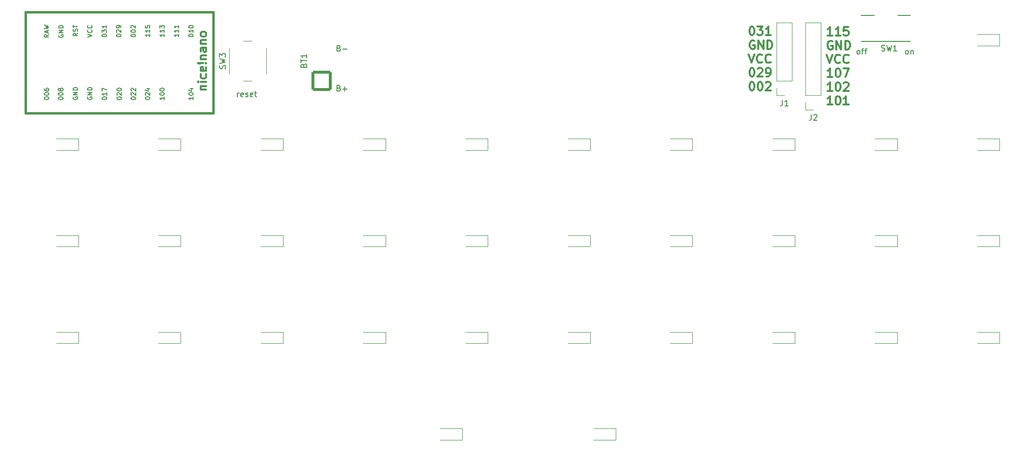
<source format=gto>
G04 #@! TF.GenerationSoftware,KiCad,Pcbnew,(7.0.0)*
G04 #@! TF.CreationDate,2023-03-07T23:42:06+01:00*
G04 #@! TF.ProjectId,mqz_board,6d717a5f-626f-4617-9264-2e6b69636164,rev?*
G04 #@! TF.SameCoordinates,Original*
G04 #@! TF.FileFunction,Legend,Top*
G04 #@! TF.FilePolarity,Positive*
%FSLAX46Y46*%
G04 Gerber Fmt 4.6, Leading zero omitted, Abs format (unit mm)*
G04 Created by KiCad (PCBNEW (7.0.0)) date 2023-03-07 23:42:06*
%MOMM*%
%LPD*%
G01*
G04 APERTURE LIST*
G04 Aperture macros list*
%AMRoundRect*
0 Rectangle with rounded corners*
0 $1 Rounding radius*
0 $2 $3 $4 $5 $6 $7 $8 $9 X,Y pos of 4 corners*
0 Add a 4 corners polygon primitive as box body*
4,1,4,$2,$3,$4,$5,$6,$7,$8,$9,$2,$3,0*
0 Add four circle primitives for the rounded corners*
1,1,$1+$1,$2,$3*
1,1,$1+$1,$4,$5*
1,1,$1+$1,$6,$7*
1,1,$1+$1,$8,$9*
0 Add four rect primitives between the rounded corners*
20,1,$1+$1,$2,$3,$4,$5,0*
20,1,$1+$1,$4,$5,$6,$7,0*
20,1,$1+$1,$6,$7,$8,$9,0*
20,1,$1+$1,$8,$9,$2,$3,0*%
G04 Aperture macros list end*
%ADD10C,0.150000*%
%ADD11C,0.300000*%
%ADD12C,0.120000*%
%ADD13C,0.381000*%
%ADD14C,1.752600*%
%ADD15O,0.300000X5.800000*%
%ADD16O,2.000000X5.800000*%
%ADD17O,0.300000X1.100000*%
%ADD18O,11.700000X0.300000*%
%ADD19O,11.700000X5.800000*%
%ADD20O,4.500000X1.000000*%
%ADD21O,4.500000X0.300000*%
%ADD22R,0.900000X1.200000*%
%ADD23O,2.200000X3.500000*%
%ADD24R,1.500000X2.500000*%
%ADD25O,1.500000X2.500000*%
%ADD26R,1.700000X1.700000*%
%ADD27O,1.700000X1.700000*%
%ADD28C,1.700000*%
%ADD29C,3.400000*%
%ADD30C,2.000000*%
%ADD31RoundRect,0.250002X1.499998X-1.499998X1.499998X1.499998X-1.499998X1.499998X-1.499998X-1.499998X0*%
%ADD32C,3.500000*%
G04 APERTURE END LIST*
D10*
X120071428Y-68758571D02*
X120214285Y-68806190D01*
X120214285Y-68806190D02*
X120261904Y-68853809D01*
X120261904Y-68853809D02*
X120309523Y-68949047D01*
X120309523Y-68949047D02*
X120309523Y-69091904D01*
X120309523Y-69091904D02*
X120261904Y-69187142D01*
X120261904Y-69187142D02*
X120214285Y-69234761D01*
X120214285Y-69234761D02*
X120119047Y-69282380D01*
X120119047Y-69282380D02*
X119738095Y-69282380D01*
X119738095Y-69282380D02*
X119738095Y-68282380D01*
X119738095Y-68282380D02*
X120071428Y-68282380D01*
X120071428Y-68282380D02*
X120166666Y-68330000D01*
X120166666Y-68330000D02*
X120214285Y-68377619D01*
X120214285Y-68377619D02*
X120261904Y-68472857D01*
X120261904Y-68472857D02*
X120261904Y-68568095D01*
X120261904Y-68568095D02*
X120214285Y-68663333D01*
X120214285Y-68663333D02*
X120166666Y-68710952D01*
X120166666Y-68710952D02*
X120071428Y-68758571D01*
X120071428Y-68758571D02*
X119738095Y-68758571D01*
X120738095Y-68901428D02*
X121500000Y-68901428D01*
X121119047Y-69282380D02*
X121119047Y-68520476D01*
X211380952Y-62782380D02*
X211285714Y-62734761D01*
X211285714Y-62734761D02*
X211238095Y-62687142D01*
X211238095Y-62687142D02*
X211190476Y-62591904D01*
X211190476Y-62591904D02*
X211190476Y-62306190D01*
X211190476Y-62306190D02*
X211238095Y-62210952D01*
X211238095Y-62210952D02*
X211285714Y-62163333D01*
X211285714Y-62163333D02*
X211380952Y-62115714D01*
X211380952Y-62115714D02*
X211523809Y-62115714D01*
X211523809Y-62115714D02*
X211619047Y-62163333D01*
X211619047Y-62163333D02*
X211666666Y-62210952D01*
X211666666Y-62210952D02*
X211714285Y-62306190D01*
X211714285Y-62306190D02*
X211714285Y-62591904D01*
X211714285Y-62591904D02*
X211666666Y-62687142D01*
X211666666Y-62687142D02*
X211619047Y-62734761D01*
X211619047Y-62734761D02*
X211523809Y-62782380D01*
X211523809Y-62782380D02*
X211380952Y-62782380D01*
X212000000Y-62115714D02*
X212380952Y-62115714D01*
X212142857Y-62782380D02*
X212142857Y-61925238D01*
X212142857Y-61925238D02*
X212190476Y-61830000D01*
X212190476Y-61830000D02*
X212285714Y-61782380D01*
X212285714Y-61782380D02*
X212380952Y-61782380D01*
X212571429Y-62115714D02*
X212952381Y-62115714D01*
X212714286Y-62782380D02*
X212714286Y-61925238D01*
X212714286Y-61925238D02*
X212761905Y-61830000D01*
X212761905Y-61830000D02*
X212857143Y-61782380D01*
X212857143Y-61782380D02*
X212952381Y-61782380D01*
X219880952Y-62782380D02*
X219785714Y-62734761D01*
X219785714Y-62734761D02*
X219738095Y-62687142D01*
X219738095Y-62687142D02*
X219690476Y-62591904D01*
X219690476Y-62591904D02*
X219690476Y-62306190D01*
X219690476Y-62306190D02*
X219738095Y-62210952D01*
X219738095Y-62210952D02*
X219785714Y-62163333D01*
X219785714Y-62163333D02*
X219880952Y-62115714D01*
X219880952Y-62115714D02*
X220023809Y-62115714D01*
X220023809Y-62115714D02*
X220119047Y-62163333D01*
X220119047Y-62163333D02*
X220166666Y-62210952D01*
X220166666Y-62210952D02*
X220214285Y-62306190D01*
X220214285Y-62306190D02*
X220214285Y-62591904D01*
X220214285Y-62591904D02*
X220166666Y-62687142D01*
X220166666Y-62687142D02*
X220119047Y-62734761D01*
X220119047Y-62734761D02*
X220023809Y-62782380D01*
X220023809Y-62782380D02*
X219880952Y-62782380D01*
X220642857Y-62115714D02*
X220642857Y-62782380D01*
X220642857Y-62210952D02*
X220690476Y-62163333D01*
X220690476Y-62163333D02*
X220785714Y-62115714D01*
X220785714Y-62115714D02*
X220928571Y-62115714D01*
X220928571Y-62115714D02*
X221023809Y-62163333D01*
X221023809Y-62163333D02*
X221071428Y-62258571D01*
X221071428Y-62258571D02*
X221071428Y-62782380D01*
X102238095Y-70282380D02*
X102238095Y-69615714D01*
X102238095Y-69806190D02*
X102285714Y-69710952D01*
X102285714Y-69710952D02*
X102333333Y-69663333D01*
X102333333Y-69663333D02*
X102428571Y-69615714D01*
X102428571Y-69615714D02*
X102523809Y-69615714D01*
X103238095Y-70234761D02*
X103142857Y-70282380D01*
X103142857Y-70282380D02*
X102952381Y-70282380D01*
X102952381Y-70282380D02*
X102857143Y-70234761D01*
X102857143Y-70234761D02*
X102809524Y-70139523D01*
X102809524Y-70139523D02*
X102809524Y-69758571D01*
X102809524Y-69758571D02*
X102857143Y-69663333D01*
X102857143Y-69663333D02*
X102952381Y-69615714D01*
X102952381Y-69615714D02*
X103142857Y-69615714D01*
X103142857Y-69615714D02*
X103238095Y-69663333D01*
X103238095Y-69663333D02*
X103285714Y-69758571D01*
X103285714Y-69758571D02*
X103285714Y-69853809D01*
X103285714Y-69853809D02*
X102809524Y-69949047D01*
X103666667Y-70234761D02*
X103761905Y-70282380D01*
X103761905Y-70282380D02*
X103952381Y-70282380D01*
X103952381Y-70282380D02*
X104047619Y-70234761D01*
X104047619Y-70234761D02*
X104095238Y-70139523D01*
X104095238Y-70139523D02*
X104095238Y-70091904D01*
X104095238Y-70091904D02*
X104047619Y-69996666D01*
X104047619Y-69996666D02*
X103952381Y-69949047D01*
X103952381Y-69949047D02*
X103809524Y-69949047D01*
X103809524Y-69949047D02*
X103714286Y-69901428D01*
X103714286Y-69901428D02*
X103666667Y-69806190D01*
X103666667Y-69806190D02*
X103666667Y-69758571D01*
X103666667Y-69758571D02*
X103714286Y-69663333D01*
X103714286Y-69663333D02*
X103809524Y-69615714D01*
X103809524Y-69615714D02*
X103952381Y-69615714D01*
X103952381Y-69615714D02*
X104047619Y-69663333D01*
X104904762Y-70234761D02*
X104809524Y-70282380D01*
X104809524Y-70282380D02*
X104619048Y-70282380D01*
X104619048Y-70282380D02*
X104523810Y-70234761D01*
X104523810Y-70234761D02*
X104476191Y-70139523D01*
X104476191Y-70139523D02*
X104476191Y-69758571D01*
X104476191Y-69758571D02*
X104523810Y-69663333D01*
X104523810Y-69663333D02*
X104619048Y-69615714D01*
X104619048Y-69615714D02*
X104809524Y-69615714D01*
X104809524Y-69615714D02*
X104904762Y-69663333D01*
X104904762Y-69663333D02*
X104952381Y-69758571D01*
X104952381Y-69758571D02*
X104952381Y-69853809D01*
X104952381Y-69853809D02*
X104476191Y-69949047D01*
X105238096Y-69615714D02*
X105619048Y-69615714D01*
X105380953Y-69282380D02*
X105380953Y-70139523D01*
X105380953Y-70139523D02*
X105428572Y-70234761D01*
X105428572Y-70234761D02*
X105523810Y-70282380D01*
X105523810Y-70282380D02*
X105619048Y-70282380D01*
X120071428Y-61758571D02*
X120214285Y-61806190D01*
X120214285Y-61806190D02*
X120261904Y-61853809D01*
X120261904Y-61853809D02*
X120309523Y-61949047D01*
X120309523Y-61949047D02*
X120309523Y-62091904D01*
X120309523Y-62091904D02*
X120261904Y-62187142D01*
X120261904Y-62187142D02*
X120214285Y-62234761D01*
X120214285Y-62234761D02*
X120119047Y-62282380D01*
X120119047Y-62282380D02*
X119738095Y-62282380D01*
X119738095Y-62282380D02*
X119738095Y-61282380D01*
X119738095Y-61282380D02*
X120071428Y-61282380D01*
X120071428Y-61282380D02*
X120166666Y-61330000D01*
X120166666Y-61330000D02*
X120214285Y-61377619D01*
X120214285Y-61377619D02*
X120261904Y-61472857D01*
X120261904Y-61472857D02*
X120261904Y-61568095D01*
X120261904Y-61568095D02*
X120214285Y-61663333D01*
X120214285Y-61663333D02*
X120166666Y-61710952D01*
X120166666Y-61710952D02*
X120071428Y-61758571D01*
X120071428Y-61758571D02*
X119738095Y-61758571D01*
X120738095Y-61901428D02*
X121500000Y-61901428D01*
D11*
X206842857Y-59523571D02*
X205985714Y-59523571D01*
X206414285Y-59523571D02*
X206414285Y-58023571D01*
X206414285Y-58023571D02*
X206271428Y-58237857D01*
X206271428Y-58237857D02*
X206128571Y-58380714D01*
X206128571Y-58380714D02*
X205985714Y-58452142D01*
X208271428Y-59523571D02*
X207414285Y-59523571D01*
X207842856Y-59523571D02*
X207842856Y-58023571D01*
X207842856Y-58023571D02*
X207699999Y-58237857D01*
X207699999Y-58237857D02*
X207557142Y-58380714D01*
X207557142Y-58380714D02*
X207414285Y-58452142D01*
X209628570Y-58023571D02*
X208914284Y-58023571D01*
X208914284Y-58023571D02*
X208842856Y-58737857D01*
X208842856Y-58737857D02*
X208914284Y-58666428D01*
X208914284Y-58666428D02*
X209057142Y-58595000D01*
X209057142Y-58595000D02*
X209414284Y-58595000D01*
X209414284Y-58595000D02*
X209557142Y-58666428D01*
X209557142Y-58666428D02*
X209628570Y-58737857D01*
X209628570Y-58737857D02*
X209699999Y-58880714D01*
X209699999Y-58880714D02*
X209699999Y-59237857D01*
X209699999Y-59237857D02*
X209628570Y-59380714D01*
X209628570Y-59380714D02*
X209557142Y-59452142D01*
X209557142Y-59452142D02*
X209414284Y-59523571D01*
X209414284Y-59523571D02*
X209057142Y-59523571D01*
X209057142Y-59523571D02*
X208914284Y-59452142D01*
X208914284Y-59452142D02*
X208842856Y-59380714D01*
X206842857Y-60525000D02*
X206700000Y-60453571D01*
X206700000Y-60453571D02*
X206485714Y-60453571D01*
X206485714Y-60453571D02*
X206271428Y-60525000D01*
X206271428Y-60525000D02*
X206128571Y-60667857D01*
X206128571Y-60667857D02*
X206057142Y-60810714D01*
X206057142Y-60810714D02*
X205985714Y-61096428D01*
X205985714Y-61096428D02*
X205985714Y-61310714D01*
X205985714Y-61310714D02*
X206057142Y-61596428D01*
X206057142Y-61596428D02*
X206128571Y-61739285D01*
X206128571Y-61739285D02*
X206271428Y-61882142D01*
X206271428Y-61882142D02*
X206485714Y-61953571D01*
X206485714Y-61953571D02*
X206628571Y-61953571D01*
X206628571Y-61953571D02*
X206842857Y-61882142D01*
X206842857Y-61882142D02*
X206914285Y-61810714D01*
X206914285Y-61810714D02*
X206914285Y-61310714D01*
X206914285Y-61310714D02*
X206628571Y-61310714D01*
X207557142Y-61953571D02*
X207557142Y-60453571D01*
X207557142Y-60453571D02*
X208414285Y-61953571D01*
X208414285Y-61953571D02*
X208414285Y-60453571D01*
X209128571Y-61953571D02*
X209128571Y-60453571D01*
X209128571Y-60453571D02*
X209485714Y-60453571D01*
X209485714Y-60453571D02*
X209700000Y-60525000D01*
X209700000Y-60525000D02*
X209842857Y-60667857D01*
X209842857Y-60667857D02*
X209914286Y-60810714D01*
X209914286Y-60810714D02*
X209985714Y-61096428D01*
X209985714Y-61096428D02*
X209985714Y-61310714D01*
X209985714Y-61310714D02*
X209914286Y-61596428D01*
X209914286Y-61596428D02*
X209842857Y-61739285D01*
X209842857Y-61739285D02*
X209700000Y-61882142D01*
X209700000Y-61882142D02*
X209485714Y-61953571D01*
X209485714Y-61953571D02*
X209128571Y-61953571D01*
X205842857Y-62883571D02*
X206342857Y-64383571D01*
X206342857Y-64383571D02*
X206842857Y-62883571D01*
X208199999Y-64240714D02*
X208128571Y-64312142D01*
X208128571Y-64312142D02*
X207914285Y-64383571D01*
X207914285Y-64383571D02*
X207771428Y-64383571D01*
X207771428Y-64383571D02*
X207557142Y-64312142D01*
X207557142Y-64312142D02*
X207414285Y-64169285D01*
X207414285Y-64169285D02*
X207342856Y-64026428D01*
X207342856Y-64026428D02*
X207271428Y-63740714D01*
X207271428Y-63740714D02*
X207271428Y-63526428D01*
X207271428Y-63526428D02*
X207342856Y-63240714D01*
X207342856Y-63240714D02*
X207414285Y-63097857D01*
X207414285Y-63097857D02*
X207557142Y-62955000D01*
X207557142Y-62955000D02*
X207771428Y-62883571D01*
X207771428Y-62883571D02*
X207914285Y-62883571D01*
X207914285Y-62883571D02*
X208128571Y-62955000D01*
X208128571Y-62955000D02*
X208199999Y-63026428D01*
X209699999Y-64240714D02*
X209628571Y-64312142D01*
X209628571Y-64312142D02*
X209414285Y-64383571D01*
X209414285Y-64383571D02*
X209271428Y-64383571D01*
X209271428Y-64383571D02*
X209057142Y-64312142D01*
X209057142Y-64312142D02*
X208914285Y-64169285D01*
X208914285Y-64169285D02*
X208842856Y-64026428D01*
X208842856Y-64026428D02*
X208771428Y-63740714D01*
X208771428Y-63740714D02*
X208771428Y-63526428D01*
X208771428Y-63526428D02*
X208842856Y-63240714D01*
X208842856Y-63240714D02*
X208914285Y-63097857D01*
X208914285Y-63097857D02*
X209057142Y-62955000D01*
X209057142Y-62955000D02*
X209271428Y-62883571D01*
X209271428Y-62883571D02*
X209414285Y-62883571D01*
X209414285Y-62883571D02*
X209628571Y-62955000D01*
X209628571Y-62955000D02*
X209699999Y-63026428D01*
X206842857Y-66813571D02*
X205985714Y-66813571D01*
X206414285Y-66813571D02*
X206414285Y-65313571D01*
X206414285Y-65313571D02*
X206271428Y-65527857D01*
X206271428Y-65527857D02*
X206128571Y-65670714D01*
X206128571Y-65670714D02*
X205985714Y-65742142D01*
X207771428Y-65313571D02*
X207914285Y-65313571D01*
X207914285Y-65313571D02*
X208057142Y-65385000D01*
X208057142Y-65385000D02*
X208128571Y-65456428D01*
X208128571Y-65456428D02*
X208199999Y-65599285D01*
X208199999Y-65599285D02*
X208271428Y-65885000D01*
X208271428Y-65885000D02*
X208271428Y-66242142D01*
X208271428Y-66242142D02*
X208199999Y-66527857D01*
X208199999Y-66527857D02*
X208128571Y-66670714D01*
X208128571Y-66670714D02*
X208057142Y-66742142D01*
X208057142Y-66742142D02*
X207914285Y-66813571D01*
X207914285Y-66813571D02*
X207771428Y-66813571D01*
X207771428Y-66813571D02*
X207628571Y-66742142D01*
X207628571Y-66742142D02*
X207557142Y-66670714D01*
X207557142Y-66670714D02*
X207485713Y-66527857D01*
X207485713Y-66527857D02*
X207414285Y-66242142D01*
X207414285Y-66242142D02*
X207414285Y-65885000D01*
X207414285Y-65885000D02*
X207485713Y-65599285D01*
X207485713Y-65599285D02*
X207557142Y-65456428D01*
X207557142Y-65456428D02*
X207628571Y-65385000D01*
X207628571Y-65385000D02*
X207771428Y-65313571D01*
X208771427Y-65313571D02*
X209771427Y-65313571D01*
X209771427Y-65313571D02*
X209128570Y-66813571D01*
X206842857Y-69243571D02*
X205985714Y-69243571D01*
X206414285Y-69243571D02*
X206414285Y-67743571D01*
X206414285Y-67743571D02*
X206271428Y-67957857D01*
X206271428Y-67957857D02*
X206128571Y-68100714D01*
X206128571Y-68100714D02*
X205985714Y-68172142D01*
X207771428Y-67743571D02*
X207914285Y-67743571D01*
X207914285Y-67743571D02*
X208057142Y-67815000D01*
X208057142Y-67815000D02*
X208128571Y-67886428D01*
X208128571Y-67886428D02*
X208199999Y-68029285D01*
X208199999Y-68029285D02*
X208271428Y-68315000D01*
X208271428Y-68315000D02*
X208271428Y-68672142D01*
X208271428Y-68672142D02*
X208199999Y-68957857D01*
X208199999Y-68957857D02*
X208128571Y-69100714D01*
X208128571Y-69100714D02*
X208057142Y-69172142D01*
X208057142Y-69172142D02*
X207914285Y-69243571D01*
X207914285Y-69243571D02*
X207771428Y-69243571D01*
X207771428Y-69243571D02*
X207628571Y-69172142D01*
X207628571Y-69172142D02*
X207557142Y-69100714D01*
X207557142Y-69100714D02*
X207485713Y-68957857D01*
X207485713Y-68957857D02*
X207414285Y-68672142D01*
X207414285Y-68672142D02*
X207414285Y-68315000D01*
X207414285Y-68315000D02*
X207485713Y-68029285D01*
X207485713Y-68029285D02*
X207557142Y-67886428D01*
X207557142Y-67886428D02*
X207628571Y-67815000D01*
X207628571Y-67815000D02*
X207771428Y-67743571D01*
X208842856Y-67886428D02*
X208914284Y-67815000D01*
X208914284Y-67815000D02*
X209057142Y-67743571D01*
X209057142Y-67743571D02*
X209414284Y-67743571D01*
X209414284Y-67743571D02*
X209557142Y-67815000D01*
X209557142Y-67815000D02*
X209628570Y-67886428D01*
X209628570Y-67886428D02*
X209699999Y-68029285D01*
X209699999Y-68029285D02*
X209699999Y-68172142D01*
X209699999Y-68172142D02*
X209628570Y-68386428D01*
X209628570Y-68386428D02*
X208771427Y-69243571D01*
X208771427Y-69243571D02*
X209699999Y-69243571D01*
X206842857Y-71673571D02*
X205985714Y-71673571D01*
X206414285Y-71673571D02*
X206414285Y-70173571D01*
X206414285Y-70173571D02*
X206271428Y-70387857D01*
X206271428Y-70387857D02*
X206128571Y-70530714D01*
X206128571Y-70530714D02*
X205985714Y-70602142D01*
X207771428Y-70173571D02*
X207914285Y-70173571D01*
X207914285Y-70173571D02*
X208057142Y-70245000D01*
X208057142Y-70245000D02*
X208128571Y-70316428D01*
X208128571Y-70316428D02*
X208199999Y-70459285D01*
X208199999Y-70459285D02*
X208271428Y-70745000D01*
X208271428Y-70745000D02*
X208271428Y-71102142D01*
X208271428Y-71102142D02*
X208199999Y-71387857D01*
X208199999Y-71387857D02*
X208128571Y-71530714D01*
X208128571Y-71530714D02*
X208057142Y-71602142D01*
X208057142Y-71602142D02*
X207914285Y-71673571D01*
X207914285Y-71673571D02*
X207771428Y-71673571D01*
X207771428Y-71673571D02*
X207628571Y-71602142D01*
X207628571Y-71602142D02*
X207557142Y-71530714D01*
X207557142Y-71530714D02*
X207485713Y-71387857D01*
X207485713Y-71387857D02*
X207414285Y-71102142D01*
X207414285Y-71102142D02*
X207414285Y-70745000D01*
X207414285Y-70745000D02*
X207485713Y-70459285D01*
X207485713Y-70459285D02*
X207557142Y-70316428D01*
X207557142Y-70316428D02*
X207628571Y-70245000D01*
X207628571Y-70245000D02*
X207771428Y-70173571D01*
X209699999Y-71673571D02*
X208842856Y-71673571D01*
X209271427Y-71673571D02*
X209271427Y-70173571D01*
X209271427Y-70173571D02*
X209128570Y-70387857D01*
X209128570Y-70387857D02*
X208985713Y-70530714D01*
X208985713Y-70530714D02*
X208842856Y-70602142D01*
X192642857Y-57953571D02*
X192785714Y-57953571D01*
X192785714Y-57953571D02*
X192928571Y-58025000D01*
X192928571Y-58025000D02*
X193000000Y-58096428D01*
X193000000Y-58096428D02*
X193071428Y-58239285D01*
X193071428Y-58239285D02*
X193142857Y-58525000D01*
X193142857Y-58525000D02*
X193142857Y-58882142D01*
X193142857Y-58882142D02*
X193071428Y-59167857D01*
X193071428Y-59167857D02*
X193000000Y-59310714D01*
X193000000Y-59310714D02*
X192928571Y-59382142D01*
X192928571Y-59382142D02*
X192785714Y-59453571D01*
X192785714Y-59453571D02*
X192642857Y-59453571D01*
X192642857Y-59453571D02*
X192500000Y-59382142D01*
X192500000Y-59382142D02*
X192428571Y-59310714D01*
X192428571Y-59310714D02*
X192357142Y-59167857D01*
X192357142Y-59167857D02*
X192285714Y-58882142D01*
X192285714Y-58882142D02*
X192285714Y-58525000D01*
X192285714Y-58525000D02*
X192357142Y-58239285D01*
X192357142Y-58239285D02*
X192428571Y-58096428D01*
X192428571Y-58096428D02*
X192500000Y-58025000D01*
X192500000Y-58025000D02*
X192642857Y-57953571D01*
X193642856Y-57953571D02*
X194571428Y-57953571D01*
X194571428Y-57953571D02*
X194071428Y-58525000D01*
X194071428Y-58525000D02*
X194285713Y-58525000D01*
X194285713Y-58525000D02*
X194428571Y-58596428D01*
X194428571Y-58596428D02*
X194499999Y-58667857D01*
X194499999Y-58667857D02*
X194571428Y-58810714D01*
X194571428Y-58810714D02*
X194571428Y-59167857D01*
X194571428Y-59167857D02*
X194499999Y-59310714D01*
X194499999Y-59310714D02*
X194428571Y-59382142D01*
X194428571Y-59382142D02*
X194285713Y-59453571D01*
X194285713Y-59453571D02*
X193857142Y-59453571D01*
X193857142Y-59453571D02*
X193714285Y-59382142D01*
X193714285Y-59382142D02*
X193642856Y-59310714D01*
X195999999Y-59453571D02*
X195142856Y-59453571D01*
X195571427Y-59453571D02*
X195571427Y-57953571D01*
X195571427Y-57953571D02*
X195428570Y-58167857D01*
X195428570Y-58167857D02*
X195285713Y-58310714D01*
X195285713Y-58310714D02*
X195142856Y-58382142D01*
X193142857Y-60455000D02*
X193000000Y-60383571D01*
X193000000Y-60383571D02*
X192785714Y-60383571D01*
X192785714Y-60383571D02*
X192571428Y-60455000D01*
X192571428Y-60455000D02*
X192428571Y-60597857D01*
X192428571Y-60597857D02*
X192357142Y-60740714D01*
X192357142Y-60740714D02*
X192285714Y-61026428D01*
X192285714Y-61026428D02*
X192285714Y-61240714D01*
X192285714Y-61240714D02*
X192357142Y-61526428D01*
X192357142Y-61526428D02*
X192428571Y-61669285D01*
X192428571Y-61669285D02*
X192571428Y-61812142D01*
X192571428Y-61812142D02*
X192785714Y-61883571D01*
X192785714Y-61883571D02*
X192928571Y-61883571D01*
X192928571Y-61883571D02*
X193142857Y-61812142D01*
X193142857Y-61812142D02*
X193214285Y-61740714D01*
X193214285Y-61740714D02*
X193214285Y-61240714D01*
X193214285Y-61240714D02*
X192928571Y-61240714D01*
X193857142Y-61883571D02*
X193857142Y-60383571D01*
X193857142Y-60383571D02*
X194714285Y-61883571D01*
X194714285Y-61883571D02*
X194714285Y-60383571D01*
X195428571Y-61883571D02*
X195428571Y-60383571D01*
X195428571Y-60383571D02*
X195785714Y-60383571D01*
X195785714Y-60383571D02*
X196000000Y-60455000D01*
X196000000Y-60455000D02*
X196142857Y-60597857D01*
X196142857Y-60597857D02*
X196214286Y-60740714D01*
X196214286Y-60740714D02*
X196285714Y-61026428D01*
X196285714Y-61026428D02*
X196285714Y-61240714D01*
X196285714Y-61240714D02*
X196214286Y-61526428D01*
X196214286Y-61526428D02*
X196142857Y-61669285D01*
X196142857Y-61669285D02*
X196000000Y-61812142D01*
X196000000Y-61812142D02*
X195785714Y-61883571D01*
X195785714Y-61883571D02*
X195428571Y-61883571D01*
X192142857Y-62813571D02*
X192642857Y-64313571D01*
X192642857Y-64313571D02*
X193142857Y-62813571D01*
X194499999Y-64170714D02*
X194428571Y-64242142D01*
X194428571Y-64242142D02*
X194214285Y-64313571D01*
X194214285Y-64313571D02*
X194071428Y-64313571D01*
X194071428Y-64313571D02*
X193857142Y-64242142D01*
X193857142Y-64242142D02*
X193714285Y-64099285D01*
X193714285Y-64099285D02*
X193642856Y-63956428D01*
X193642856Y-63956428D02*
X193571428Y-63670714D01*
X193571428Y-63670714D02*
X193571428Y-63456428D01*
X193571428Y-63456428D02*
X193642856Y-63170714D01*
X193642856Y-63170714D02*
X193714285Y-63027857D01*
X193714285Y-63027857D02*
X193857142Y-62885000D01*
X193857142Y-62885000D02*
X194071428Y-62813571D01*
X194071428Y-62813571D02*
X194214285Y-62813571D01*
X194214285Y-62813571D02*
X194428571Y-62885000D01*
X194428571Y-62885000D02*
X194499999Y-62956428D01*
X195999999Y-64170714D02*
X195928571Y-64242142D01*
X195928571Y-64242142D02*
X195714285Y-64313571D01*
X195714285Y-64313571D02*
X195571428Y-64313571D01*
X195571428Y-64313571D02*
X195357142Y-64242142D01*
X195357142Y-64242142D02*
X195214285Y-64099285D01*
X195214285Y-64099285D02*
X195142856Y-63956428D01*
X195142856Y-63956428D02*
X195071428Y-63670714D01*
X195071428Y-63670714D02*
X195071428Y-63456428D01*
X195071428Y-63456428D02*
X195142856Y-63170714D01*
X195142856Y-63170714D02*
X195214285Y-63027857D01*
X195214285Y-63027857D02*
X195357142Y-62885000D01*
X195357142Y-62885000D02*
X195571428Y-62813571D01*
X195571428Y-62813571D02*
X195714285Y-62813571D01*
X195714285Y-62813571D02*
X195928571Y-62885000D01*
X195928571Y-62885000D02*
X195999999Y-62956428D01*
X192642857Y-65243571D02*
X192785714Y-65243571D01*
X192785714Y-65243571D02*
X192928571Y-65315000D01*
X192928571Y-65315000D02*
X193000000Y-65386428D01*
X193000000Y-65386428D02*
X193071428Y-65529285D01*
X193071428Y-65529285D02*
X193142857Y-65815000D01*
X193142857Y-65815000D02*
X193142857Y-66172142D01*
X193142857Y-66172142D02*
X193071428Y-66457857D01*
X193071428Y-66457857D02*
X193000000Y-66600714D01*
X193000000Y-66600714D02*
X192928571Y-66672142D01*
X192928571Y-66672142D02*
X192785714Y-66743571D01*
X192785714Y-66743571D02*
X192642857Y-66743571D01*
X192642857Y-66743571D02*
X192500000Y-66672142D01*
X192500000Y-66672142D02*
X192428571Y-66600714D01*
X192428571Y-66600714D02*
X192357142Y-66457857D01*
X192357142Y-66457857D02*
X192285714Y-66172142D01*
X192285714Y-66172142D02*
X192285714Y-65815000D01*
X192285714Y-65815000D02*
X192357142Y-65529285D01*
X192357142Y-65529285D02*
X192428571Y-65386428D01*
X192428571Y-65386428D02*
X192500000Y-65315000D01*
X192500000Y-65315000D02*
X192642857Y-65243571D01*
X193714285Y-65386428D02*
X193785713Y-65315000D01*
X193785713Y-65315000D02*
X193928571Y-65243571D01*
X193928571Y-65243571D02*
X194285713Y-65243571D01*
X194285713Y-65243571D02*
X194428571Y-65315000D01*
X194428571Y-65315000D02*
X194499999Y-65386428D01*
X194499999Y-65386428D02*
X194571428Y-65529285D01*
X194571428Y-65529285D02*
X194571428Y-65672142D01*
X194571428Y-65672142D02*
X194499999Y-65886428D01*
X194499999Y-65886428D02*
X193642856Y-66743571D01*
X193642856Y-66743571D02*
X194571428Y-66743571D01*
X195285713Y-66743571D02*
X195571427Y-66743571D01*
X195571427Y-66743571D02*
X195714284Y-66672142D01*
X195714284Y-66672142D02*
X195785713Y-66600714D01*
X195785713Y-66600714D02*
X195928570Y-66386428D01*
X195928570Y-66386428D02*
X195999999Y-66100714D01*
X195999999Y-66100714D02*
X195999999Y-65529285D01*
X195999999Y-65529285D02*
X195928570Y-65386428D01*
X195928570Y-65386428D02*
X195857142Y-65315000D01*
X195857142Y-65315000D02*
X195714284Y-65243571D01*
X195714284Y-65243571D02*
X195428570Y-65243571D01*
X195428570Y-65243571D02*
X195285713Y-65315000D01*
X195285713Y-65315000D02*
X195214284Y-65386428D01*
X195214284Y-65386428D02*
X195142856Y-65529285D01*
X195142856Y-65529285D02*
X195142856Y-65886428D01*
X195142856Y-65886428D02*
X195214284Y-66029285D01*
X195214284Y-66029285D02*
X195285713Y-66100714D01*
X195285713Y-66100714D02*
X195428570Y-66172142D01*
X195428570Y-66172142D02*
X195714284Y-66172142D01*
X195714284Y-66172142D02*
X195857142Y-66100714D01*
X195857142Y-66100714D02*
X195928570Y-66029285D01*
X195928570Y-66029285D02*
X195999999Y-65886428D01*
X192642857Y-67673571D02*
X192785714Y-67673571D01*
X192785714Y-67673571D02*
X192928571Y-67745000D01*
X192928571Y-67745000D02*
X193000000Y-67816428D01*
X193000000Y-67816428D02*
X193071428Y-67959285D01*
X193071428Y-67959285D02*
X193142857Y-68245000D01*
X193142857Y-68245000D02*
X193142857Y-68602142D01*
X193142857Y-68602142D02*
X193071428Y-68887857D01*
X193071428Y-68887857D02*
X193000000Y-69030714D01*
X193000000Y-69030714D02*
X192928571Y-69102142D01*
X192928571Y-69102142D02*
X192785714Y-69173571D01*
X192785714Y-69173571D02*
X192642857Y-69173571D01*
X192642857Y-69173571D02*
X192500000Y-69102142D01*
X192500000Y-69102142D02*
X192428571Y-69030714D01*
X192428571Y-69030714D02*
X192357142Y-68887857D01*
X192357142Y-68887857D02*
X192285714Y-68602142D01*
X192285714Y-68602142D02*
X192285714Y-68245000D01*
X192285714Y-68245000D02*
X192357142Y-67959285D01*
X192357142Y-67959285D02*
X192428571Y-67816428D01*
X192428571Y-67816428D02*
X192500000Y-67745000D01*
X192500000Y-67745000D02*
X192642857Y-67673571D01*
X194071428Y-67673571D02*
X194214285Y-67673571D01*
X194214285Y-67673571D02*
X194357142Y-67745000D01*
X194357142Y-67745000D02*
X194428571Y-67816428D01*
X194428571Y-67816428D02*
X194499999Y-67959285D01*
X194499999Y-67959285D02*
X194571428Y-68245000D01*
X194571428Y-68245000D02*
X194571428Y-68602142D01*
X194571428Y-68602142D02*
X194499999Y-68887857D01*
X194499999Y-68887857D02*
X194428571Y-69030714D01*
X194428571Y-69030714D02*
X194357142Y-69102142D01*
X194357142Y-69102142D02*
X194214285Y-69173571D01*
X194214285Y-69173571D02*
X194071428Y-69173571D01*
X194071428Y-69173571D02*
X193928571Y-69102142D01*
X193928571Y-69102142D02*
X193857142Y-69030714D01*
X193857142Y-69030714D02*
X193785713Y-68887857D01*
X193785713Y-68887857D02*
X193714285Y-68602142D01*
X193714285Y-68602142D02*
X193714285Y-68245000D01*
X193714285Y-68245000D02*
X193785713Y-67959285D01*
X193785713Y-67959285D02*
X193857142Y-67816428D01*
X193857142Y-67816428D02*
X193928571Y-67745000D01*
X193928571Y-67745000D02*
X194071428Y-67673571D01*
X195142856Y-67816428D02*
X195214284Y-67745000D01*
X195214284Y-67745000D02*
X195357142Y-67673571D01*
X195357142Y-67673571D02*
X195714284Y-67673571D01*
X195714284Y-67673571D02*
X195857142Y-67745000D01*
X195857142Y-67745000D02*
X195928570Y-67816428D01*
X195928570Y-67816428D02*
X195999999Y-67959285D01*
X195999999Y-67959285D02*
X195999999Y-68102142D01*
X195999999Y-68102142D02*
X195928570Y-68316428D01*
X195928570Y-68316428D02*
X195071427Y-69173571D01*
X195071427Y-69173571D02*
X195999999Y-69173571D01*
D10*
X215516667Y-62169761D02*
X215659524Y-62217380D01*
X215659524Y-62217380D02*
X215897619Y-62217380D01*
X215897619Y-62217380D02*
X215992857Y-62169761D01*
X215992857Y-62169761D02*
X216040476Y-62122142D01*
X216040476Y-62122142D02*
X216088095Y-62026904D01*
X216088095Y-62026904D02*
X216088095Y-61931666D01*
X216088095Y-61931666D02*
X216040476Y-61836428D01*
X216040476Y-61836428D02*
X215992857Y-61788809D01*
X215992857Y-61788809D02*
X215897619Y-61741190D01*
X215897619Y-61741190D02*
X215707143Y-61693571D01*
X215707143Y-61693571D02*
X215611905Y-61645952D01*
X215611905Y-61645952D02*
X215564286Y-61598333D01*
X215564286Y-61598333D02*
X215516667Y-61503095D01*
X215516667Y-61503095D02*
X215516667Y-61407857D01*
X215516667Y-61407857D02*
X215564286Y-61312619D01*
X215564286Y-61312619D02*
X215611905Y-61265000D01*
X215611905Y-61265000D02*
X215707143Y-61217380D01*
X215707143Y-61217380D02*
X215945238Y-61217380D01*
X215945238Y-61217380D02*
X216088095Y-61265000D01*
X216421429Y-61217380D02*
X216659524Y-62217380D01*
X216659524Y-62217380D02*
X216850000Y-61503095D01*
X216850000Y-61503095D02*
X217040476Y-62217380D01*
X217040476Y-62217380D02*
X217278572Y-61217380D01*
X218183333Y-62217380D02*
X217611905Y-62217380D01*
X217897619Y-62217380D02*
X217897619Y-61217380D01*
X217897619Y-61217380D02*
X217802381Y-61360238D01*
X217802381Y-61360238D02*
X217707143Y-61455476D01*
X217707143Y-61455476D02*
X217611905Y-61503095D01*
X68253904Y-70587189D02*
X68253904Y-70510999D01*
X68253904Y-70510999D02*
X68292000Y-70434808D01*
X68292000Y-70434808D02*
X68330095Y-70396713D01*
X68330095Y-70396713D02*
X68406285Y-70358618D01*
X68406285Y-70358618D02*
X68558666Y-70320523D01*
X68558666Y-70320523D02*
X68749142Y-70320523D01*
X68749142Y-70320523D02*
X68901523Y-70358618D01*
X68901523Y-70358618D02*
X68977714Y-70396713D01*
X68977714Y-70396713D02*
X69015809Y-70434808D01*
X69015809Y-70434808D02*
X69053904Y-70510999D01*
X69053904Y-70510999D02*
X69053904Y-70587189D01*
X69053904Y-70587189D02*
X69015809Y-70663380D01*
X69015809Y-70663380D02*
X68977714Y-70701475D01*
X68977714Y-70701475D02*
X68901523Y-70739570D01*
X68901523Y-70739570D02*
X68749142Y-70777666D01*
X68749142Y-70777666D02*
X68558666Y-70777666D01*
X68558666Y-70777666D02*
X68406285Y-70739570D01*
X68406285Y-70739570D02*
X68330095Y-70701475D01*
X68330095Y-70701475D02*
X68292000Y-70663380D01*
X68292000Y-70663380D02*
X68253904Y-70587189D01*
X68253904Y-69825284D02*
X68253904Y-69749094D01*
X68253904Y-69749094D02*
X68292000Y-69672903D01*
X68292000Y-69672903D02*
X68330095Y-69634808D01*
X68330095Y-69634808D02*
X68406285Y-69596713D01*
X68406285Y-69596713D02*
X68558666Y-69558618D01*
X68558666Y-69558618D02*
X68749142Y-69558618D01*
X68749142Y-69558618D02*
X68901523Y-69596713D01*
X68901523Y-69596713D02*
X68977714Y-69634808D01*
X68977714Y-69634808D02*
X69015809Y-69672903D01*
X69015809Y-69672903D02*
X69053904Y-69749094D01*
X69053904Y-69749094D02*
X69053904Y-69825284D01*
X69053904Y-69825284D02*
X69015809Y-69901475D01*
X69015809Y-69901475D02*
X68977714Y-69939570D01*
X68977714Y-69939570D02*
X68901523Y-69977665D01*
X68901523Y-69977665D02*
X68749142Y-70015761D01*
X68749142Y-70015761D02*
X68558666Y-70015761D01*
X68558666Y-70015761D02*
X68406285Y-69977665D01*
X68406285Y-69977665D02*
X68330095Y-69939570D01*
X68330095Y-69939570D02*
X68292000Y-69901475D01*
X68292000Y-69901475D02*
X68253904Y-69825284D01*
X68253904Y-68872903D02*
X68253904Y-69025284D01*
X68253904Y-69025284D02*
X68292000Y-69101475D01*
X68292000Y-69101475D02*
X68330095Y-69139570D01*
X68330095Y-69139570D02*
X68444380Y-69215760D01*
X68444380Y-69215760D02*
X68596761Y-69253856D01*
X68596761Y-69253856D02*
X68901523Y-69253856D01*
X68901523Y-69253856D02*
X68977714Y-69215760D01*
X68977714Y-69215760D02*
X69015809Y-69177665D01*
X69015809Y-69177665D02*
X69053904Y-69101475D01*
X69053904Y-69101475D02*
X69053904Y-68949094D01*
X69053904Y-68949094D02*
X69015809Y-68872903D01*
X69015809Y-68872903D02*
X68977714Y-68834808D01*
X68977714Y-68834808D02*
X68901523Y-68796713D01*
X68901523Y-68796713D02*
X68711047Y-68796713D01*
X68711047Y-68796713D02*
X68634857Y-68834808D01*
X68634857Y-68834808D02*
X68596761Y-68872903D01*
X68596761Y-68872903D02*
X68558666Y-68949094D01*
X68558666Y-68949094D02*
X68558666Y-69101475D01*
X68558666Y-69101475D02*
X68596761Y-69177665D01*
X68596761Y-69177665D02*
X68634857Y-69215760D01*
X68634857Y-69215760D02*
X68711047Y-69253856D01*
X75912000Y-70320523D02*
X75873904Y-70396713D01*
X75873904Y-70396713D02*
X75873904Y-70510999D01*
X75873904Y-70510999D02*
X75912000Y-70625285D01*
X75912000Y-70625285D02*
X75988190Y-70701475D01*
X75988190Y-70701475D02*
X76064380Y-70739570D01*
X76064380Y-70739570D02*
X76216761Y-70777666D01*
X76216761Y-70777666D02*
X76331047Y-70777666D01*
X76331047Y-70777666D02*
X76483428Y-70739570D01*
X76483428Y-70739570D02*
X76559619Y-70701475D01*
X76559619Y-70701475D02*
X76635809Y-70625285D01*
X76635809Y-70625285D02*
X76673904Y-70510999D01*
X76673904Y-70510999D02*
X76673904Y-70434808D01*
X76673904Y-70434808D02*
X76635809Y-70320523D01*
X76635809Y-70320523D02*
X76597714Y-70282427D01*
X76597714Y-70282427D02*
X76331047Y-70282427D01*
X76331047Y-70282427D02*
X76331047Y-70434808D01*
X76673904Y-69939570D02*
X75873904Y-69939570D01*
X75873904Y-69939570D02*
X76673904Y-69482427D01*
X76673904Y-69482427D02*
X75873904Y-69482427D01*
X76673904Y-69101475D02*
X75873904Y-69101475D01*
X75873904Y-69101475D02*
X75873904Y-68910999D01*
X75873904Y-68910999D02*
X75912000Y-68796713D01*
X75912000Y-68796713D02*
X75988190Y-68720523D01*
X75988190Y-68720523D02*
X76064380Y-68682428D01*
X76064380Y-68682428D02*
X76216761Y-68644332D01*
X76216761Y-68644332D02*
X76331047Y-68644332D01*
X76331047Y-68644332D02*
X76483428Y-68682428D01*
X76483428Y-68682428D02*
X76559619Y-68720523D01*
X76559619Y-68720523D02*
X76635809Y-68796713D01*
X76635809Y-68796713D02*
X76673904Y-68910999D01*
X76673904Y-68910999D02*
X76673904Y-69101475D01*
X78413904Y-59512808D02*
X78413904Y-59436618D01*
X78413904Y-59436618D02*
X78452000Y-59360427D01*
X78452000Y-59360427D02*
X78490095Y-59322332D01*
X78490095Y-59322332D02*
X78566285Y-59284237D01*
X78566285Y-59284237D02*
X78718666Y-59246142D01*
X78718666Y-59246142D02*
X78909142Y-59246142D01*
X78909142Y-59246142D02*
X79061523Y-59284237D01*
X79061523Y-59284237D02*
X79137714Y-59322332D01*
X79137714Y-59322332D02*
X79175809Y-59360427D01*
X79175809Y-59360427D02*
X79213904Y-59436618D01*
X79213904Y-59436618D02*
X79213904Y-59512808D01*
X79213904Y-59512808D02*
X79175809Y-59588999D01*
X79175809Y-59588999D02*
X79137714Y-59627094D01*
X79137714Y-59627094D02*
X79061523Y-59665189D01*
X79061523Y-59665189D02*
X78909142Y-59703285D01*
X78909142Y-59703285D02*
X78718666Y-59703285D01*
X78718666Y-59703285D02*
X78566285Y-59665189D01*
X78566285Y-59665189D02*
X78490095Y-59627094D01*
X78490095Y-59627094D02*
X78452000Y-59588999D01*
X78452000Y-59588999D02*
X78413904Y-59512808D01*
X78413904Y-58979475D02*
X78413904Y-58484237D01*
X78413904Y-58484237D02*
X78718666Y-58750903D01*
X78718666Y-58750903D02*
X78718666Y-58636618D01*
X78718666Y-58636618D02*
X78756761Y-58560427D01*
X78756761Y-58560427D02*
X78794857Y-58522332D01*
X78794857Y-58522332D02*
X78871047Y-58484237D01*
X78871047Y-58484237D02*
X79061523Y-58484237D01*
X79061523Y-58484237D02*
X79137714Y-58522332D01*
X79137714Y-58522332D02*
X79175809Y-58560427D01*
X79175809Y-58560427D02*
X79213904Y-58636618D01*
X79213904Y-58636618D02*
X79213904Y-58865189D01*
X79213904Y-58865189D02*
X79175809Y-58941380D01*
X79175809Y-58941380D02*
X79137714Y-58979475D01*
X79213904Y-57722332D02*
X79213904Y-58179475D01*
X79213904Y-57950903D02*
X78413904Y-57950903D01*
X78413904Y-57950903D02*
X78528190Y-58027094D01*
X78528190Y-58027094D02*
X78604380Y-58103284D01*
X78604380Y-58103284D02*
X78642476Y-58179475D01*
X83493904Y-59512808D02*
X83493904Y-59436618D01*
X83493904Y-59436618D02*
X83532000Y-59360427D01*
X83532000Y-59360427D02*
X83570095Y-59322332D01*
X83570095Y-59322332D02*
X83646285Y-59284237D01*
X83646285Y-59284237D02*
X83798666Y-59246142D01*
X83798666Y-59246142D02*
X83989142Y-59246142D01*
X83989142Y-59246142D02*
X84141523Y-59284237D01*
X84141523Y-59284237D02*
X84217714Y-59322332D01*
X84217714Y-59322332D02*
X84255809Y-59360427D01*
X84255809Y-59360427D02*
X84293904Y-59436618D01*
X84293904Y-59436618D02*
X84293904Y-59512808D01*
X84293904Y-59512808D02*
X84255809Y-59588999D01*
X84255809Y-59588999D02*
X84217714Y-59627094D01*
X84217714Y-59627094D02*
X84141523Y-59665189D01*
X84141523Y-59665189D02*
X83989142Y-59703285D01*
X83989142Y-59703285D02*
X83798666Y-59703285D01*
X83798666Y-59703285D02*
X83646285Y-59665189D01*
X83646285Y-59665189D02*
X83570095Y-59627094D01*
X83570095Y-59627094D02*
X83532000Y-59588999D01*
X83532000Y-59588999D02*
X83493904Y-59512808D01*
X83493904Y-58750903D02*
X83493904Y-58674713D01*
X83493904Y-58674713D02*
X83532000Y-58598522D01*
X83532000Y-58598522D02*
X83570095Y-58560427D01*
X83570095Y-58560427D02*
X83646285Y-58522332D01*
X83646285Y-58522332D02*
X83798666Y-58484237D01*
X83798666Y-58484237D02*
X83989142Y-58484237D01*
X83989142Y-58484237D02*
X84141523Y-58522332D01*
X84141523Y-58522332D02*
X84217714Y-58560427D01*
X84217714Y-58560427D02*
X84255809Y-58598522D01*
X84255809Y-58598522D02*
X84293904Y-58674713D01*
X84293904Y-58674713D02*
X84293904Y-58750903D01*
X84293904Y-58750903D02*
X84255809Y-58827094D01*
X84255809Y-58827094D02*
X84217714Y-58865189D01*
X84217714Y-58865189D02*
X84141523Y-58903284D01*
X84141523Y-58903284D02*
X83989142Y-58941380D01*
X83989142Y-58941380D02*
X83798666Y-58941380D01*
X83798666Y-58941380D02*
X83646285Y-58903284D01*
X83646285Y-58903284D02*
X83570095Y-58865189D01*
X83570095Y-58865189D02*
X83532000Y-58827094D01*
X83532000Y-58827094D02*
X83493904Y-58750903D01*
X83570095Y-58179475D02*
X83532000Y-58141379D01*
X83532000Y-58141379D02*
X83493904Y-58065189D01*
X83493904Y-58065189D02*
X83493904Y-57874713D01*
X83493904Y-57874713D02*
X83532000Y-57798522D01*
X83532000Y-57798522D02*
X83570095Y-57760427D01*
X83570095Y-57760427D02*
X83646285Y-57722332D01*
X83646285Y-57722332D02*
X83722476Y-57722332D01*
X83722476Y-57722332D02*
X83836761Y-57760427D01*
X83836761Y-57760427D02*
X84293904Y-58217570D01*
X84293904Y-58217570D02*
X84293904Y-57722332D01*
X80953904Y-59512808D02*
X80953904Y-59436618D01*
X80953904Y-59436618D02*
X80992000Y-59360427D01*
X80992000Y-59360427D02*
X81030095Y-59322332D01*
X81030095Y-59322332D02*
X81106285Y-59284237D01*
X81106285Y-59284237D02*
X81258666Y-59246142D01*
X81258666Y-59246142D02*
X81449142Y-59246142D01*
X81449142Y-59246142D02*
X81601523Y-59284237D01*
X81601523Y-59284237D02*
X81677714Y-59322332D01*
X81677714Y-59322332D02*
X81715809Y-59360427D01*
X81715809Y-59360427D02*
X81753904Y-59436618D01*
X81753904Y-59436618D02*
X81753904Y-59512808D01*
X81753904Y-59512808D02*
X81715809Y-59588999D01*
X81715809Y-59588999D02*
X81677714Y-59627094D01*
X81677714Y-59627094D02*
X81601523Y-59665189D01*
X81601523Y-59665189D02*
X81449142Y-59703285D01*
X81449142Y-59703285D02*
X81258666Y-59703285D01*
X81258666Y-59703285D02*
X81106285Y-59665189D01*
X81106285Y-59665189D02*
X81030095Y-59627094D01*
X81030095Y-59627094D02*
X80992000Y-59588999D01*
X80992000Y-59588999D02*
X80953904Y-59512808D01*
X81030095Y-58941380D02*
X80992000Y-58903284D01*
X80992000Y-58903284D02*
X80953904Y-58827094D01*
X80953904Y-58827094D02*
X80953904Y-58636618D01*
X80953904Y-58636618D02*
X80992000Y-58560427D01*
X80992000Y-58560427D02*
X81030095Y-58522332D01*
X81030095Y-58522332D02*
X81106285Y-58484237D01*
X81106285Y-58484237D02*
X81182476Y-58484237D01*
X81182476Y-58484237D02*
X81296761Y-58522332D01*
X81296761Y-58522332D02*
X81753904Y-58979475D01*
X81753904Y-58979475D02*
X81753904Y-58484237D01*
X81753904Y-58103284D02*
X81753904Y-57950903D01*
X81753904Y-57950903D02*
X81715809Y-57874713D01*
X81715809Y-57874713D02*
X81677714Y-57836617D01*
X81677714Y-57836617D02*
X81563428Y-57760427D01*
X81563428Y-57760427D02*
X81411047Y-57722332D01*
X81411047Y-57722332D02*
X81106285Y-57722332D01*
X81106285Y-57722332D02*
X81030095Y-57760427D01*
X81030095Y-57760427D02*
X80992000Y-57798522D01*
X80992000Y-57798522D02*
X80953904Y-57874713D01*
X80953904Y-57874713D02*
X80953904Y-58027094D01*
X80953904Y-58027094D02*
X80992000Y-58103284D01*
X80992000Y-58103284D02*
X81030095Y-58141379D01*
X81030095Y-58141379D02*
X81106285Y-58179475D01*
X81106285Y-58179475D02*
X81296761Y-58179475D01*
X81296761Y-58179475D02*
X81372952Y-58141379D01*
X81372952Y-58141379D02*
X81411047Y-58103284D01*
X81411047Y-58103284D02*
X81449142Y-58027094D01*
X81449142Y-58027094D02*
X81449142Y-57874713D01*
X81449142Y-57874713D02*
X81411047Y-57798522D01*
X81411047Y-57798522D02*
X81372952Y-57760427D01*
X81372952Y-57760427D02*
X81296761Y-57722332D01*
X81023904Y-70587189D02*
X81023904Y-70510999D01*
X81023904Y-70510999D02*
X81062000Y-70434808D01*
X81062000Y-70434808D02*
X81100095Y-70396713D01*
X81100095Y-70396713D02*
X81176285Y-70358618D01*
X81176285Y-70358618D02*
X81328666Y-70320523D01*
X81328666Y-70320523D02*
X81519142Y-70320523D01*
X81519142Y-70320523D02*
X81671523Y-70358618D01*
X81671523Y-70358618D02*
X81747714Y-70396713D01*
X81747714Y-70396713D02*
X81785809Y-70434808D01*
X81785809Y-70434808D02*
X81823904Y-70510999D01*
X81823904Y-70510999D02*
X81823904Y-70587189D01*
X81823904Y-70587189D02*
X81785809Y-70663380D01*
X81785809Y-70663380D02*
X81747714Y-70701475D01*
X81747714Y-70701475D02*
X81671523Y-70739570D01*
X81671523Y-70739570D02*
X81519142Y-70777666D01*
X81519142Y-70777666D02*
X81328666Y-70777666D01*
X81328666Y-70777666D02*
X81176285Y-70739570D01*
X81176285Y-70739570D02*
X81100095Y-70701475D01*
X81100095Y-70701475D02*
X81062000Y-70663380D01*
X81062000Y-70663380D02*
X81023904Y-70587189D01*
X81100095Y-70015761D02*
X81062000Y-69977665D01*
X81062000Y-69977665D02*
X81023904Y-69901475D01*
X81023904Y-69901475D02*
X81023904Y-69710999D01*
X81023904Y-69710999D02*
X81062000Y-69634808D01*
X81062000Y-69634808D02*
X81100095Y-69596713D01*
X81100095Y-69596713D02*
X81176285Y-69558618D01*
X81176285Y-69558618D02*
X81252476Y-69558618D01*
X81252476Y-69558618D02*
X81366761Y-69596713D01*
X81366761Y-69596713D02*
X81823904Y-70053856D01*
X81823904Y-70053856D02*
X81823904Y-69558618D01*
X81023904Y-69063379D02*
X81023904Y-68987189D01*
X81023904Y-68987189D02*
X81062000Y-68910998D01*
X81062000Y-68910998D02*
X81100095Y-68872903D01*
X81100095Y-68872903D02*
X81176285Y-68834808D01*
X81176285Y-68834808D02*
X81328666Y-68796713D01*
X81328666Y-68796713D02*
X81519142Y-68796713D01*
X81519142Y-68796713D02*
X81671523Y-68834808D01*
X81671523Y-68834808D02*
X81747714Y-68872903D01*
X81747714Y-68872903D02*
X81785809Y-68910998D01*
X81785809Y-68910998D02*
X81823904Y-68987189D01*
X81823904Y-68987189D02*
X81823904Y-69063379D01*
X81823904Y-69063379D02*
X81785809Y-69139570D01*
X81785809Y-69139570D02*
X81747714Y-69177665D01*
X81747714Y-69177665D02*
X81671523Y-69215760D01*
X81671523Y-69215760D02*
X81519142Y-69253856D01*
X81519142Y-69253856D02*
X81328666Y-69253856D01*
X81328666Y-69253856D02*
X81176285Y-69215760D01*
X81176285Y-69215760D02*
X81100095Y-69177665D01*
X81100095Y-69177665D02*
X81062000Y-69139570D01*
X81062000Y-69139570D02*
X81023904Y-69063379D01*
X94453904Y-70320523D02*
X94453904Y-70777666D01*
X94453904Y-70549094D02*
X93653904Y-70549094D01*
X93653904Y-70549094D02*
X93768190Y-70625285D01*
X93768190Y-70625285D02*
X93844380Y-70701475D01*
X93844380Y-70701475D02*
X93882476Y-70777666D01*
X93653904Y-69825284D02*
X93653904Y-69749094D01*
X93653904Y-69749094D02*
X93692000Y-69672903D01*
X93692000Y-69672903D02*
X93730095Y-69634808D01*
X93730095Y-69634808D02*
X93806285Y-69596713D01*
X93806285Y-69596713D02*
X93958666Y-69558618D01*
X93958666Y-69558618D02*
X94149142Y-69558618D01*
X94149142Y-69558618D02*
X94301523Y-69596713D01*
X94301523Y-69596713D02*
X94377714Y-69634808D01*
X94377714Y-69634808D02*
X94415809Y-69672903D01*
X94415809Y-69672903D02*
X94453904Y-69749094D01*
X94453904Y-69749094D02*
X94453904Y-69825284D01*
X94453904Y-69825284D02*
X94415809Y-69901475D01*
X94415809Y-69901475D02*
X94377714Y-69939570D01*
X94377714Y-69939570D02*
X94301523Y-69977665D01*
X94301523Y-69977665D02*
X94149142Y-70015761D01*
X94149142Y-70015761D02*
X93958666Y-70015761D01*
X93958666Y-70015761D02*
X93806285Y-69977665D01*
X93806285Y-69977665D02*
X93730095Y-69939570D01*
X93730095Y-69939570D02*
X93692000Y-69901475D01*
X93692000Y-69901475D02*
X93653904Y-69825284D01*
X93920571Y-68872903D02*
X94453904Y-68872903D01*
X93615809Y-69063379D02*
X94187238Y-69253856D01*
X94187238Y-69253856D02*
X94187238Y-68758617D01*
X93653904Y-59512808D02*
X93653904Y-59436618D01*
X93653904Y-59436618D02*
X93692000Y-59360427D01*
X93692000Y-59360427D02*
X93730095Y-59322332D01*
X93730095Y-59322332D02*
X93806285Y-59284237D01*
X93806285Y-59284237D02*
X93958666Y-59246142D01*
X93958666Y-59246142D02*
X94149142Y-59246142D01*
X94149142Y-59246142D02*
X94301523Y-59284237D01*
X94301523Y-59284237D02*
X94377714Y-59322332D01*
X94377714Y-59322332D02*
X94415809Y-59360427D01*
X94415809Y-59360427D02*
X94453904Y-59436618D01*
X94453904Y-59436618D02*
X94453904Y-59512808D01*
X94453904Y-59512808D02*
X94415809Y-59588999D01*
X94415809Y-59588999D02*
X94377714Y-59627094D01*
X94377714Y-59627094D02*
X94301523Y-59665189D01*
X94301523Y-59665189D02*
X94149142Y-59703285D01*
X94149142Y-59703285D02*
X93958666Y-59703285D01*
X93958666Y-59703285D02*
X93806285Y-59665189D01*
X93806285Y-59665189D02*
X93730095Y-59627094D01*
X93730095Y-59627094D02*
X93692000Y-59588999D01*
X93692000Y-59588999D02*
X93653904Y-59512808D01*
X94453904Y-58484237D02*
X94453904Y-58941380D01*
X94453904Y-58712808D02*
X93653904Y-58712808D01*
X93653904Y-58712808D02*
X93768190Y-58788999D01*
X93768190Y-58788999D02*
X93844380Y-58865189D01*
X93844380Y-58865189D02*
X93882476Y-58941380D01*
X93653904Y-57988998D02*
X93653904Y-57912808D01*
X93653904Y-57912808D02*
X93692000Y-57836617D01*
X93692000Y-57836617D02*
X93730095Y-57798522D01*
X93730095Y-57798522D02*
X93806285Y-57760427D01*
X93806285Y-57760427D02*
X93958666Y-57722332D01*
X93958666Y-57722332D02*
X94149142Y-57722332D01*
X94149142Y-57722332D02*
X94301523Y-57760427D01*
X94301523Y-57760427D02*
X94377714Y-57798522D01*
X94377714Y-57798522D02*
X94415809Y-57836617D01*
X94415809Y-57836617D02*
X94453904Y-57912808D01*
X94453904Y-57912808D02*
X94453904Y-57988998D01*
X94453904Y-57988998D02*
X94415809Y-58065189D01*
X94415809Y-58065189D02*
X94377714Y-58103284D01*
X94377714Y-58103284D02*
X94301523Y-58141379D01*
X94301523Y-58141379D02*
X94149142Y-58179475D01*
X94149142Y-58179475D02*
X93958666Y-58179475D01*
X93958666Y-58179475D02*
X93806285Y-58141379D01*
X93806285Y-58141379D02*
X93730095Y-58103284D01*
X93730095Y-58103284D02*
X93692000Y-58065189D01*
X93692000Y-58065189D02*
X93653904Y-57988998D01*
D11*
X95743071Y-69031714D02*
X96743071Y-69031714D01*
X95885928Y-69031714D02*
X95814500Y-68960285D01*
X95814500Y-68960285D02*
X95743071Y-68817428D01*
X95743071Y-68817428D02*
X95743071Y-68603142D01*
X95743071Y-68603142D02*
X95814500Y-68460285D01*
X95814500Y-68460285D02*
X95957357Y-68388857D01*
X95957357Y-68388857D02*
X96743071Y-68388857D01*
X96743071Y-67674571D02*
X95743071Y-67674571D01*
X95243071Y-67674571D02*
X95314500Y-67745999D01*
X95314500Y-67745999D02*
X95385928Y-67674571D01*
X95385928Y-67674571D02*
X95314500Y-67603142D01*
X95314500Y-67603142D02*
X95243071Y-67674571D01*
X95243071Y-67674571D02*
X95385928Y-67674571D01*
X96671642Y-66317428D02*
X96743071Y-66460285D01*
X96743071Y-66460285D02*
X96743071Y-66745999D01*
X96743071Y-66745999D02*
X96671642Y-66888856D01*
X96671642Y-66888856D02*
X96600214Y-66960285D01*
X96600214Y-66960285D02*
X96457357Y-67031713D01*
X96457357Y-67031713D02*
X96028785Y-67031713D01*
X96028785Y-67031713D02*
X95885928Y-66960285D01*
X95885928Y-66960285D02*
X95814500Y-66888856D01*
X95814500Y-66888856D02*
X95743071Y-66745999D01*
X95743071Y-66745999D02*
X95743071Y-66460285D01*
X95743071Y-66460285D02*
X95814500Y-66317428D01*
X96671642Y-65103142D02*
X96743071Y-65245999D01*
X96743071Y-65245999D02*
X96743071Y-65531714D01*
X96743071Y-65531714D02*
X96671642Y-65674571D01*
X96671642Y-65674571D02*
X96528785Y-65745999D01*
X96528785Y-65745999D02*
X95957357Y-65745999D01*
X95957357Y-65745999D02*
X95814500Y-65674571D01*
X95814500Y-65674571D02*
X95743071Y-65531714D01*
X95743071Y-65531714D02*
X95743071Y-65245999D01*
X95743071Y-65245999D02*
X95814500Y-65103142D01*
X95814500Y-65103142D02*
X95957357Y-65031714D01*
X95957357Y-65031714D02*
X96100214Y-65031714D01*
X96100214Y-65031714D02*
X96243071Y-65745999D01*
X96600214Y-64388857D02*
X96671642Y-64317428D01*
X96671642Y-64317428D02*
X96743071Y-64388857D01*
X96743071Y-64388857D02*
X96671642Y-64460285D01*
X96671642Y-64460285D02*
X96600214Y-64388857D01*
X96600214Y-64388857D02*
X96743071Y-64388857D01*
X96171642Y-64388857D02*
X95314500Y-64460285D01*
X95314500Y-64460285D02*
X95243071Y-64388857D01*
X95243071Y-64388857D02*
X95314500Y-64317428D01*
X95314500Y-64317428D02*
X96171642Y-64388857D01*
X96171642Y-64388857D02*
X95243071Y-64388857D01*
X95743071Y-63674571D02*
X96743071Y-63674571D01*
X95885928Y-63674571D02*
X95814500Y-63603142D01*
X95814500Y-63603142D02*
X95743071Y-63460285D01*
X95743071Y-63460285D02*
X95743071Y-63245999D01*
X95743071Y-63245999D02*
X95814500Y-63103142D01*
X95814500Y-63103142D02*
X95957357Y-63031714D01*
X95957357Y-63031714D02*
X96743071Y-63031714D01*
X96743071Y-61674571D02*
X95957357Y-61674571D01*
X95957357Y-61674571D02*
X95814500Y-61745999D01*
X95814500Y-61745999D02*
X95743071Y-61888856D01*
X95743071Y-61888856D02*
X95743071Y-62174571D01*
X95743071Y-62174571D02*
X95814500Y-62317428D01*
X96671642Y-61674571D02*
X96743071Y-61817428D01*
X96743071Y-61817428D02*
X96743071Y-62174571D01*
X96743071Y-62174571D02*
X96671642Y-62317428D01*
X96671642Y-62317428D02*
X96528785Y-62388856D01*
X96528785Y-62388856D02*
X96385928Y-62388856D01*
X96385928Y-62388856D02*
X96243071Y-62317428D01*
X96243071Y-62317428D02*
X96171642Y-62174571D01*
X96171642Y-62174571D02*
X96171642Y-61817428D01*
X96171642Y-61817428D02*
X96100214Y-61674571D01*
X95743071Y-60960285D02*
X96743071Y-60960285D01*
X95885928Y-60960285D02*
X95814500Y-60888856D01*
X95814500Y-60888856D02*
X95743071Y-60745999D01*
X95743071Y-60745999D02*
X95743071Y-60531713D01*
X95743071Y-60531713D02*
X95814500Y-60388856D01*
X95814500Y-60388856D02*
X95957357Y-60317428D01*
X95957357Y-60317428D02*
X96743071Y-60317428D01*
X96743071Y-59388856D02*
X96671642Y-59531713D01*
X96671642Y-59531713D02*
X96600214Y-59603142D01*
X96600214Y-59603142D02*
X96457357Y-59674570D01*
X96457357Y-59674570D02*
X96028785Y-59674570D01*
X96028785Y-59674570D02*
X95885928Y-59603142D01*
X95885928Y-59603142D02*
X95814500Y-59531713D01*
X95814500Y-59531713D02*
X95743071Y-59388856D01*
X95743071Y-59388856D02*
X95743071Y-59174570D01*
X95743071Y-59174570D02*
X95814500Y-59031713D01*
X95814500Y-59031713D02*
X95885928Y-58960285D01*
X95885928Y-58960285D02*
X96028785Y-58888856D01*
X96028785Y-58888856D02*
X96457357Y-58888856D01*
X96457357Y-58888856D02*
X96600214Y-58960285D01*
X96600214Y-58960285D02*
X96671642Y-59031713D01*
X96671642Y-59031713D02*
X96743071Y-59174570D01*
X96743071Y-59174570D02*
X96743071Y-59388856D01*
D10*
X86833904Y-59246142D02*
X86833904Y-59703285D01*
X86833904Y-59474713D02*
X86033904Y-59474713D01*
X86033904Y-59474713D02*
X86148190Y-59550904D01*
X86148190Y-59550904D02*
X86224380Y-59627094D01*
X86224380Y-59627094D02*
X86262476Y-59703285D01*
X86833904Y-58484237D02*
X86833904Y-58941380D01*
X86833904Y-58712808D02*
X86033904Y-58712808D01*
X86033904Y-58712808D02*
X86148190Y-58788999D01*
X86148190Y-58788999D02*
X86224380Y-58865189D01*
X86224380Y-58865189D02*
X86262476Y-58941380D01*
X86033904Y-57760427D02*
X86033904Y-58141379D01*
X86033904Y-58141379D02*
X86414857Y-58179475D01*
X86414857Y-58179475D02*
X86376761Y-58141379D01*
X86376761Y-58141379D02*
X86338666Y-58065189D01*
X86338666Y-58065189D02*
X86338666Y-57874713D01*
X86338666Y-57874713D02*
X86376761Y-57798522D01*
X86376761Y-57798522D02*
X86414857Y-57760427D01*
X86414857Y-57760427D02*
X86491047Y-57722332D01*
X86491047Y-57722332D02*
X86681523Y-57722332D01*
X86681523Y-57722332D02*
X86757714Y-57760427D01*
X86757714Y-57760427D02*
X86795809Y-57798522D01*
X86795809Y-57798522D02*
X86833904Y-57874713D01*
X86833904Y-57874713D02*
X86833904Y-58065189D01*
X86833904Y-58065189D02*
X86795809Y-58141379D01*
X86795809Y-58141379D02*
X86757714Y-58179475D01*
X89373904Y-59246142D02*
X89373904Y-59703285D01*
X89373904Y-59474713D02*
X88573904Y-59474713D01*
X88573904Y-59474713D02*
X88688190Y-59550904D01*
X88688190Y-59550904D02*
X88764380Y-59627094D01*
X88764380Y-59627094D02*
X88802476Y-59703285D01*
X89373904Y-58484237D02*
X89373904Y-58941380D01*
X89373904Y-58712808D02*
X88573904Y-58712808D01*
X88573904Y-58712808D02*
X88688190Y-58788999D01*
X88688190Y-58788999D02*
X88764380Y-58865189D01*
X88764380Y-58865189D02*
X88802476Y-58941380D01*
X88573904Y-58217570D02*
X88573904Y-57722332D01*
X88573904Y-57722332D02*
X88878666Y-57988998D01*
X88878666Y-57988998D02*
X88878666Y-57874713D01*
X88878666Y-57874713D02*
X88916761Y-57798522D01*
X88916761Y-57798522D02*
X88954857Y-57760427D01*
X88954857Y-57760427D02*
X89031047Y-57722332D01*
X89031047Y-57722332D02*
X89221523Y-57722332D01*
X89221523Y-57722332D02*
X89297714Y-57760427D01*
X89297714Y-57760427D02*
X89335809Y-57798522D01*
X89335809Y-57798522D02*
X89373904Y-57874713D01*
X89373904Y-57874713D02*
X89373904Y-58103284D01*
X89373904Y-58103284D02*
X89335809Y-58179475D01*
X89335809Y-58179475D02*
X89297714Y-58217570D01*
X74133904Y-59100094D02*
X73752952Y-59366761D01*
X74133904Y-59557237D02*
X73333904Y-59557237D01*
X73333904Y-59557237D02*
X73333904Y-59252475D01*
X73333904Y-59252475D02*
X73372000Y-59176285D01*
X73372000Y-59176285D02*
X73410095Y-59138190D01*
X73410095Y-59138190D02*
X73486285Y-59100094D01*
X73486285Y-59100094D02*
X73600571Y-59100094D01*
X73600571Y-59100094D02*
X73676761Y-59138190D01*
X73676761Y-59138190D02*
X73714857Y-59176285D01*
X73714857Y-59176285D02*
X73752952Y-59252475D01*
X73752952Y-59252475D02*
X73752952Y-59557237D01*
X74095809Y-58795333D02*
X74133904Y-58681047D01*
X74133904Y-58681047D02*
X74133904Y-58490571D01*
X74133904Y-58490571D02*
X74095809Y-58414380D01*
X74095809Y-58414380D02*
X74057714Y-58376285D01*
X74057714Y-58376285D02*
X73981523Y-58338190D01*
X73981523Y-58338190D02*
X73905333Y-58338190D01*
X73905333Y-58338190D02*
X73829142Y-58376285D01*
X73829142Y-58376285D02*
X73791047Y-58414380D01*
X73791047Y-58414380D02*
X73752952Y-58490571D01*
X73752952Y-58490571D02*
X73714857Y-58642952D01*
X73714857Y-58642952D02*
X73676761Y-58719142D01*
X73676761Y-58719142D02*
X73638666Y-58757237D01*
X73638666Y-58757237D02*
X73562476Y-58795333D01*
X73562476Y-58795333D02*
X73486285Y-58795333D01*
X73486285Y-58795333D02*
X73410095Y-58757237D01*
X73410095Y-58757237D02*
X73372000Y-58719142D01*
X73372000Y-58719142D02*
X73333904Y-58642952D01*
X73333904Y-58642952D02*
X73333904Y-58452475D01*
X73333904Y-58452475D02*
X73372000Y-58338190D01*
X73333904Y-58109618D02*
X73333904Y-57652475D01*
X74133904Y-57881047D02*
X73333904Y-57881047D01*
X69053904Y-59328665D02*
X68672952Y-59595332D01*
X69053904Y-59785808D02*
X68253904Y-59785808D01*
X68253904Y-59785808D02*
X68253904Y-59481046D01*
X68253904Y-59481046D02*
X68292000Y-59404856D01*
X68292000Y-59404856D02*
X68330095Y-59366761D01*
X68330095Y-59366761D02*
X68406285Y-59328665D01*
X68406285Y-59328665D02*
X68520571Y-59328665D01*
X68520571Y-59328665D02*
X68596761Y-59366761D01*
X68596761Y-59366761D02*
X68634857Y-59404856D01*
X68634857Y-59404856D02*
X68672952Y-59481046D01*
X68672952Y-59481046D02*
X68672952Y-59785808D01*
X68825333Y-59023904D02*
X68825333Y-58642951D01*
X69053904Y-59100094D02*
X68253904Y-58833427D01*
X68253904Y-58833427D02*
X69053904Y-58566761D01*
X68253904Y-58376285D02*
X69053904Y-58185809D01*
X69053904Y-58185809D02*
X68482476Y-58033428D01*
X68482476Y-58033428D02*
X69053904Y-57881047D01*
X69053904Y-57881047D02*
X68253904Y-57690571D01*
X86033904Y-70587189D02*
X86033904Y-70510999D01*
X86033904Y-70510999D02*
X86072000Y-70434808D01*
X86072000Y-70434808D02*
X86110095Y-70396713D01*
X86110095Y-70396713D02*
X86186285Y-70358618D01*
X86186285Y-70358618D02*
X86338666Y-70320523D01*
X86338666Y-70320523D02*
X86529142Y-70320523D01*
X86529142Y-70320523D02*
X86681523Y-70358618D01*
X86681523Y-70358618D02*
X86757714Y-70396713D01*
X86757714Y-70396713D02*
X86795809Y-70434808D01*
X86795809Y-70434808D02*
X86833904Y-70510999D01*
X86833904Y-70510999D02*
X86833904Y-70587189D01*
X86833904Y-70587189D02*
X86795809Y-70663380D01*
X86795809Y-70663380D02*
X86757714Y-70701475D01*
X86757714Y-70701475D02*
X86681523Y-70739570D01*
X86681523Y-70739570D02*
X86529142Y-70777666D01*
X86529142Y-70777666D02*
X86338666Y-70777666D01*
X86338666Y-70777666D02*
X86186285Y-70739570D01*
X86186285Y-70739570D02*
X86110095Y-70701475D01*
X86110095Y-70701475D02*
X86072000Y-70663380D01*
X86072000Y-70663380D02*
X86033904Y-70587189D01*
X86110095Y-70015761D02*
X86072000Y-69977665D01*
X86072000Y-69977665D02*
X86033904Y-69901475D01*
X86033904Y-69901475D02*
X86033904Y-69710999D01*
X86033904Y-69710999D02*
X86072000Y-69634808D01*
X86072000Y-69634808D02*
X86110095Y-69596713D01*
X86110095Y-69596713D02*
X86186285Y-69558618D01*
X86186285Y-69558618D02*
X86262476Y-69558618D01*
X86262476Y-69558618D02*
X86376761Y-69596713D01*
X86376761Y-69596713D02*
X86833904Y-70053856D01*
X86833904Y-70053856D02*
X86833904Y-69558618D01*
X86300571Y-68872903D02*
X86833904Y-68872903D01*
X85995809Y-69063379D02*
X86567238Y-69253856D01*
X86567238Y-69253856D02*
X86567238Y-68758617D01*
X70723904Y-70587189D02*
X70723904Y-70510999D01*
X70723904Y-70510999D02*
X70762000Y-70434808D01*
X70762000Y-70434808D02*
X70800095Y-70396713D01*
X70800095Y-70396713D02*
X70876285Y-70358618D01*
X70876285Y-70358618D02*
X71028666Y-70320523D01*
X71028666Y-70320523D02*
X71219142Y-70320523D01*
X71219142Y-70320523D02*
X71371523Y-70358618D01*
X71371523Y-70358618D02*
X71447714Y-70396713D01*
X71447714Y-70396713D02*
X71485809Y-70434808D01*
X71485809Y-70434808D02*
X71523904Y-70510999D01*
X71523904Y-70510999D02*
X71523904Y-70587189D01*
X71523904Y-70587189D02*
X71485809Y-70663380D01*
X71485809Y-70663380D02*
X71447714Y-70701475D01*
X71447714Y-70701475D02*
X71371523Y-70739570D01*
X71371523Y-70739570D02*
X71219142Y-70777666D01*
X71219142Y-70777666D02*
X71028666Y-70777666D01*
X71028666Y-70777666D02*
X70876285Y-70739570D01*
X70876285Y-70739570D02*
X70800095Y-70701475D01*
X70800095Y-70701475D02*
X70762000Y-70663380D01*
X70762000Y-70663380D02*
X70723904Y-70587189D01*
X70723904Y-69825284D02*
X70723904Y-69749094D01*
X70723904Y-69749094D02*
X70762000Y-69672903D01*
X70762000Y-69672903D02*
X70800095Y-69634808D01*
X70800095Y-69634808D02*
X70876285Y-69596713D01*
X70876285Y-69596713D02*
X71028666Y-69558618D01*
X71028666Y-69558618D02*
X71219142Y-69558618D01*
X71219142Y-69558618D02*
X71371523Y-69596713D01*
X71371523Y-69596713D02*
X71447714Y-69634808D01*
X71447714Y-69634808D02*
X71485809Y-69672903D01*
X71485809Y-69672903D02*
X71523904Y-69749094D01*
X71523904Y-69749094D02*
X71523904Y-69825284D01*
X71523904Y-69825284D02*
X71485809Y-69901475D01*
X71485809Y-69901475D02*
X71447714Y-69939570D01*
X71447714Y-69939570D02*
X71371523Y-69977665D01*
X71371523Y-69977665D02*
X71219142Y-70015761D01*
X71219142Y-70015761D02*
X71028666Y-70015761D01*
X71028666Y-70015761D02*
X70876285Y-69977665D01*
X70876285Y-69977665D02*
X70800095Y-69939570D01*
X70800095Y-69939570D02*
X70762000Y-69901475D01*
X70762000Y-69901475D02*
X70723904Y-69825284D01*
X71066761Y-69101475D02*
X71028666Y-69177665D01*
X71028666Y-69177665D02*
X70990571Y-69215760D01*
X70990571Y-69215760D02*
X70914380Y-69253856D01*
X70914380Y-69253856D02*
X70876285Y-69253856D01*
X70876285Y-69253856D02*
X70800095Y-69215760D01*
X70800095Y-69215760D02*
X70762000Y-69177665D01*
X70762000Y-69177665D02*
X70723904Y-69101475D01*
X70723904Y-69101475D02*
X70723904Y-68949094D01*
X70723904Y-68949094D02*
X70762000Y-68872903D01*
X70762000Y-68872903D02*
X70800095Y-68834808D01*
X70800095Y-68834808D02*
X70876285Y-68796713D01*
X70876285Y-68796713D02*
X70914380Y-68796713D01*
X70914380Y-68796713D02*
X70990571Y-68834808D01*
X70990571Y-68834808D02*
X71028666Y-68872903D01*
X71028666Y-68872903D02*
X71066761Y-68949094D01*
X71066761Y-68949094D02*
X71066761Y-69101475D01*
X71066761Y-69101475D02*
X71104857Y-69177665D01*
X71104857Y-69177665D02*
X71142952Y-69215760D01*
X71142952Y-69215760D02*
X71219142Y-69253856D01*
X71219142Y-69253856D02*
X71371523Y-69253856D01*
X71371523Y-69253856D02*
X71447714Y-69215760D01*
X71447714Y-69215760D02*
X71485809Y-69177665D01*
X71485809Y-69177665D02*
X71523904Y-69101475D01*
X71523904Y-69101475D02*
X71523904Y-68949094D01*
X71523904Y-68949094D02*
X71485809Y-68872903D01*
X71485809Y-68872903D02*
X71447714Y-68834808D01*
X71447714Y-68834808D02*
X71371523Y-68796713D01*
X71371523Y-68796713D02*
X71219142Y-68796713D01*
X71219142Y-68796713D02*
X71142952Y-68834808D01*
X71142952Y-68834808D02*
X71104857Y-68872903D01*
X71104857Y-68872903D02*
X71066761Y-68949094D01*
X73372000Y-70320523D02*
X73333904Y-70396713D01*
X73333904Y-70396713D02*
X73333904Y-70510999D01*
X73333904Y-70510999D02*
X73372000Y-70625285D01*
X73372000Y-70625285D02*
X73448190Y-70701475D01*
X73448190Y-70701475D02*
X73524380Y-70739570D01*
X73524380Y-70739570D02*
X73676761Y-70777666D01*
X73676761Y-70777666D02*
X73791047Y-70777666D01*
X73791047Y-70777666D02*
X73943428Y-70739570D01*
X73943428Y-70739570D02*
X74019619Y-70701475D01*
X74019619Y-70701475D02*
X74095809Y-70625285D01*
X74095809Y-70625285D02*
X74133904Y-70510999D01*
X74133904Y-70510999D02*
X74133904Y-70434808D01*
X74133904Y-70434808D02*
X74095809Y-70320523D01*
X74095809Y-70320523D02*
X74057714Y-70282427D01*
X74057714Y-70282427D02*
X73791047Y-70282427D01*
X73791047Y-70282427D02*
X73791047Y-70434808D01*
X74133904Y-69939570D02*
X73333904Y-69939570D01*
X73333904Y-69939570D02*
X74133904Y-69482427D01*
X74133904Y-69482427D02*
X73333904Y-69482427D01*
X74133904Y-69101475D02*
X73333904Y-69101475D01*
X73333904Y-69101475D02*
X73333904Y-68910999D01*
X73333904Y-68910999D02*
X73372000Y-68796713D01*
X73372000Y-68796713D02*
X73448190Y-68720523D01*
X73448190Y-68720523D02*
X73524380Y-68682428D01*
X73524380Y-68682428D02*
X73676761Y-68644332D01*
X73676761Y-68644332D02*
X73791047Y-68644332D01*
X73791047Y-68644332D02*
X73943428Y-68682428D01*
X73943428Y-68682428D02*
X74019619Y-68720523D01*
X74019619Y-68720523D02*
X74095809Y-68796713D01*
X74095809Y-68796713D02*
X74133904Y-68910999D01*
X74133904Y-68910999D02*
X74133904Y-69101475D01*
X70832000Y-59404856D02*
X70793904Y-59481046D01*
X70793904Y-59481046D02*
X70793904Y-59595332D01*
X70793904Y-59595332D02*
X70832000Y-59709618D01*
X70832000Y-59709618D02*
X70908190Y-59785808D01*
X70908190Y-59785808D02*
X70984380Y-59823903D01*
X70984380Y-59823903D02*
X71136761Y-59861999D01*
X71136761Y-59861999D02*
X71251047Y-59861999D01*
X71251047Y-59861999D02*
X71403428Y-59823903D01*
X71403428Y-59823903D02*
X71479619Y-59785808D01*
X71479619Y-59785808D02*
X71555809Y-59709618D01*
X71555809Y-59709618D02*
X71593904Y-59595332D01*
X71593904Y-59595332D02*
X71593904Y-59519141D01*
X71593904Y-59519141D02*
X71555809Y-59404856D01*
X71555809Y-59404856D02*
X71517714Y-59366760D01*
X71517714Y-59366760D02*
X71251047Y-59366760D01*
X71251047Y-59366760D02*
X71251047Y-59519141D01*
X71593904Y-59023903D02*
X70793904Y-59023903D01*
X70793904Y-59023903D02*
X71593904Y-58566760D01*
X71593904Y-58566760D02*
X70793904Y-58566760D01*
X71593904Y-58185808D02*
X70793904Y-58185808D01*
X70793904Y-58185808D02*
X70793904Y-57995332D01*
X70793904Y-57995332D02*
X70832000Y-57881046D01*
X70832000Y-57881046D02*
X70908190Y-57804856D01*
X70908190Y-57804856D02*
X70984380Y-57766761D01*
X70984380Y-57766761D02*
X71136761Y-57728665D01*
X71136761Y-57728665D02*
X71251047Y-57728665D01*
X71251047Y-57728665D02*
X71403428Y-57766761D01*
X71403428Y-57766761D02*
X71479619Y-57804856D01*
X71479619Y-57804856D02*
X71555809Y-57881046D01*
X71555809Y-57881046D02*
X71593904Y-57995332D01*
X71593904Y-57995332D02*
X71593904Y-58185808D01*
X75873904Y-59779475D02*
X76673904Y-59512808D01*
X76673904Y-59512808D02*
X75873904Y-59246142D01*
X76597714Y-58522332D02*
X76635809Y-58560428D01*
X76635809Y-58560428D02*
X76673904Y-58674713D01*
X76673904Y-58674713D02*
X76673904Y-58750904D01*
X76673904Y-58750904D02*
X76635809Y-58865190D01*
X76635809Y-58865190D02*
X76559619Y-58941380D01*
X76559619Y-58941380D02*
X76483428Y-58979475D01*
X76483428Y-58979475D02*
X76331047Y-59017571D01*
X76331047Y-59017571D02*
X76216761Y-59017571D01*
X76216761Y-59017571D02*
X76064380Y-58979475D01*
X76064380Y-58979475D02*
X75988190Y-58941380D01*
X75988190Y-58941380D02*
X75912000Y-58865190D01*
X75912000Y-58865190D02*
X75873904Y-58750904D01*
X75873904Y-58750904D02*
X75873904Y-58674713D01*
X75873904Y-58674713D02*
X75912000Y-58560428D01*
X75912000Y-58560428D02*
X75950095Y-58522332D01*
X76597714Y-57722332D02*
X76635809Y-57760428D01*
X76635809Y-57760428D02*
X76673904Y-57874713D01*
X76673904Y-57874713D02*
X76673904Y-57950904D01*
X76673904Y-57950904D02*
X76635809Y-58065190D01*
X76635809Y-58065190D02*
X76559619Y-58141380D01*
X76559619Y-58141380D02*
X76483428Y-58179475D01*
X76483428Y-58179475D02*
X76331047Y-58217571D01*
X76331047Y-58217571D02*
X76216761Y-58217571D01*
X76216761Y-58217571D02*
X76064380Y-58179475D01*
X76064380Y-58179475D02*
X75988190Y-58141380D01*
X75988190Y-58141380D02*
X75912000Y-58065190D01*
X75912000Y-58065190D02*
X75873904Y-57950904D01*
X75873904Y-57950904D02*
X75873904Y-57874713D01*
X75873904Y-57874713D02*
X75912000Y-57760428D01*
X75912000Y-57760428D02*
X75950095Y-57722332D01*
X91913904Y-59246142D02*
X91913904Y-59703285D01*
X91913904Y-59474713D02*
X91113904Y-59474713D01*
X91113904Y-59474713D02*
X91228190Y-59550904D01*
X91228190Y-59550904D02*
X91304380Y-59627094D01*
X91304380Y-59627094D02*
X91342476Y-59703285D01*
X91913904Y-58484237D02*
X91913904Y-58941380D01*
X91913904Y-58712808D02*
X91113904Y-58712808D01*
X91113904Y-58712808D02*
X91228190Y-58788999D01*
X91228190Y-58788999D02*
X91304380Y-58865189D01*
X91304380Y-58865189D02*
X91342476Y-58941380D01*
X91913904Y-57722332D02*
X91913904Y-58179475D01*
X91913904Y-57950903D02*
X91113904Y-57950903D01*
X91113904Y-57950903D02*
X91228190Y-58027094D01*
X91228190Y-58027094D02*
X91304380Y-58103284D01*
X91304380Y-58103284D02*
X91342476Y-58179475D01*
X83523904Y-70587189D02*
X83523904Y-70510999D01*
X83523904Y-70510999D02*
X83562000Y-70434808D01*
X83562000Y-70434808D02*
X83600095Y-70396713D01*
X83600095Y-70396713D02*
X83676285Y-70358618D01*
X83676285Y-70358618D02*
X83828666Y-70320523D01*
X83828666Y-70320523D02*
X84019142Y-70320523D01*
X84019142Y-70320523D02*
X84171523Y-70358618D01*
X84171523Y-70358618D02*
X84247714Y-70396713D01*
X84247714Y-70396713D02*
X84285809Y-70434808D01*
X84285809Y-70434808D02*
X84323904Y-70510999D01*
X84323904Y-70510999D02*
X84323904Y-70587189D01*
X84323904Y-70587189D02*
X84285809Y-70663380D01*
X84285809Y-70663380D02*
X84247714Y-70701475D01*
X84247714Y-70701475D02*
X84171523Y-70739570D01*
X84171523Y-70739570D02*
X84019142Y-70777666D01*
X84019142Y-70777666D02*
X83828666Y-70777666D01*
X83828666Y-70777666D02*
X83676285Y-70739570D01*
X83676285Y-70739570D02*
X83600095Y-70701475D01*
X83600095Y-70701475D02*
X83562000Y-70663380D01*
X83562000Y-70663380D02*
X83523904Y-70587189D01*
X83600095Y-70015761D02*
X83562000Y-69977665D01*
X83562000Y-69977665D02*
X83523904Y-69901475D01*
X83523904Y-69901475D02*
X83523904Y-69710999D01*
X83523904Y-69710999D02*
X83562000Y-69634808D01*
X83562000Y-69634808D02*
X83600095Y-69596713D01*
X83600095Y-69596713D02*
X83676285Y-69558618D01*
X83676285Y-69558618D02*
X83752476Y-69558618D01*
X83752476Y-69558618D02*
X83866761Y-69596713D01*
X83866761Y-69596713D02*
X84323904Y-70053856D01*
X84323904Y-70053856D02*
X84323904Y-69558618D01*
X83600095Y-69253856D02*
X83562000Y-69215760D01*
X83562000Y-69215760D02*
X83523904Y-69139570D01*
X83523904Y-69139570D02*
X83523904Y-68949094D01*
X83523904Y-68949094D02*
X83562000Y-68872903D01*
X83562000Y-68872903D02*
X83600095Y-68834808D01*
X83600095Y-68834808D02*
X83676285Y-68796713D01*
X83676285Y-68796713D02*
X83752476Y-68796713D01*
X83752476Y-68796713D02*
X83866761Y-68834808D01*
X83866761Y-68834808D02*
X84323904Y-69291951D01*
X84323904Y-69291951D02*
X84323904Y-68796713D01*
X89373904Y-70320523D02*
X89373904Y-70777666D01*
X89373904Y-70549094D02*
X88573904Y-70549094D01*
X88573904Y-70549094D02*
X88688190Y-70625285D01*
X88688190Y-70625285D02*
X88764380Y-70701475D01*
X88764380Y-70701475D02*
X88802476Y-70777666D01*
X88573904Y-69825284D02*
X88573904Y-69749094D01*
X88573904Y-69749094D02*
X88612000Y-69672903D01*
X88612000Y-69672903D02*
X88650095Y-69634808D01*
X88650095Y-69634808D02*
X88726285Y-69596713D01*
X88726285Y-69596713D02*
X88878666Y-69558618D01*
X88878666Y-69558618D02*
X89069142Y-69558618D01*
X89069142Y-69558618D02*
X89221523Y-69596713D01*
X89221523Y-69596713D02*
X89297714Y-69634808D01*
X89297714Y-69634808D02*
X89335809Y-69672903D01*
X89335809Y-69672903D02*
X89373904Y-69749094D01*
X89373904Y-69749094D02*
X89373904Y-69825284D01*
X89373904Y-69825284D02*
X89335809Y-69901475D01*
X89335809Y-69901475D02*
X89297714Y-69939570D01*
X89297714Y-69939570D02*
X89221523Y-69977665D01*
X89221523Y-69977665D02*
X89069142Y-70015761D01*
X89069142Y-70015761D02*
X88878666Y-70015761D01*
X88878666Y-70015761D02*
X88726285Y-69977665D01*
X88726285Y-69977665D02*
X88650095Y-69939570D01*
X88650095Y-69939570D02*
X88612000Y-69901475D01*
X88612000Y-69901475D02*
X88573904Y-69825284D01*
X88573904Y-69063379D02*
X88573904Y-68987189D01*
X88573904Y-68987189D02*
X88612000Y-68910998D01*
X88612000Y-68910998D02*
X88650095Y-68872903D01*
X88650095Y-68872903D02*
X88726285Y-68834808D01*
X88726285Y-68834808D02*
X88878666Y-68796713D01*
X88878666Y-68796713D02*
X89069142Y-68796713D01*
X89069142Y-68796713D02*
X89221523Y-68834808D01*
X89221523Y-68834808D02*
X89297714Y-68872903D01*
X89297714Y-68872903D02*
X89335809Y-68910998D01*
X89335809Y-68910998D02*
X89373904Y-68987189D01*
X89373904Y-68987189D02*
X89373904Y-69063379D01*
X89373904Y-69063379D02*
X89335809Y-69139570D01*
X89335809Y-69139570D02*
X89297714Y-69177665D01*
X89297714Y-69177665D02*
X89221523Y-69215760D01*
X89221523Y-69215760D02*
X89069142Y-69253856D01*
X89069142Y-69253856D02*
X88878666Y-69253856D01*
X88878666Y-69253856D02*
X88726285Y-69215760D01*
X88726285Y-69215760D02*
X88650095Y-69177665D01*
X88650095Y-69177665D02*
X88612000Y-69139570D01*
X88612000Y-69139570D02*
X88573904Y-69063379D01*
X78423904Y-70587189D02*
X78423904Y-70510999D01*
X78423904Y-70510999D02*
X78462000Y-70434808D01*
X78462000Y-70434808D02*
X78500095Y-70396713D01*
X78500095Y-70396713D02*
X78576285Y-70358618D01*
X78576285Y-70358618D02*
X78728666Y-70320523D01*
X78728666Y-70320523D02*
X78919142Y-70320523D01*
X78919142Y-70320523D02*
X79071523Y-70358618D01*
X79071523Y-70358618D02*
X79147714Y-70396713D01*
X79147714Y-70396713D02*
X79185809Y-70434808D01*
X79185809Y-70434808D02*
X79223904Y-70510999D01*
X79223904Y-70510999D02*
X79223904Y-70587189D01*
X79223904Y-70587189D02*
X79185809Y-70663380D01*
X79185809Y-70663380D02*
X79147714Y-70701475D01*
X79147714Y-70701475D02*
X79071523Y-70739570D01*
X79071523Y-70739570D02*
X78919142Y-70777666D01*
X78919142Y-70777666D02*
X78728666Y-70777666D01*
X78728666Y-70777666D02*
X78576285Y-70739570D01*
X78576285Y-70739570D02*
X78500095Y-70701475D01*
X78500095Y-70701475D02*
X78462000Y-70663380D01*
X78462000Y-70663380D02*
X78423904Y-70587189D01*
X79223904Y-69558618D02*
X79223904Y-70015761D01*
X79223904Y-69787189D02*
X78423904Y-69787189D01*
X78423904Y-69787189D02*
X78538190Y-69863380D01*
X78538190Y-69863380D02*
X78614380Y-69939570D01*
X78614380Y-69939570D02*
X78652476Y-70015761D01*
X78423904Y-69291951D02*
X78423904Y-68758617D01*
X78423904Y-68758617D02*
X79223904Y-69101475D01*
X198066666Y-70877380D02*
X198066666Y-71591666D01*
X198066666Y-71591666D02*
X198019047Y-71734523D01*
X198019047Y-71734523D02*
X197923809Y-71829761D01*
X197923809Y-71829761D02*
X197780952Y-71877380D01*
X197780952Y-71877380D02*
X197685714Y-71877380D01*
X199066666Y-71877380D02*
X198495238Y-71877380D01*
X198780952Y-71877380D02*
X198780952Y-70877380D01*
X198780952Y-70877380D02*
X198685714Y-71020238D01*
X198685714Y-71020238D02*
X198590476Y-71115476D01*
X198590476Y-71115476D02*
X198495238Y-71163095D01*
X100069761Y-65333332D02*
X100117380Y-65190475D01*
X100117380Y-65190475D02*
X100117380Y-64952380D01*
X100117380Y-64952380D02*
X100069761Y-64857142D01*
X100069761Y-64857142D02*
X100022142Y-64809523D01*
X100022142Y-64809523D02*
X99926904Y-64761904D01*
X99926904Y-64761904D02*
X99831666Y-64761904D01*
X99831666Y-64761904D02*
X99736428Y-64809523D01*
X99736428Y-64809523D02*
X99688809Y-64857142D01*
X99688809Y-64857142D02*
X99641190Y-64952380D01*
X99641190Y-64952380D02*
X99593571Y-65142856D01*
X99593571Y-65142856D02*
X99545952Y-65238094D01*
X99545952Y-65238094D02*
X99498333Y-65285713D01*
X99498333Y-65285713D02*
X99403095Y-65333332D01*
X99403095Y-65333332D02*
X99307857Y-65333332D01*
X99307857Y-65333332D02*
X99212619Y-65285713D01*
X99212619Y-65285713D02*
X99165000Y-65238094D01*
X99165000Y-65238094D02*
X99117380Y-65142856D01*
X99117380Y-65142856D02*
X99117380Y-64904761D01*
X99117380Y-64904761D02*
X99165000Y-64761904D01*
X99117380Y-64428570D02*
X100117380Y-64190475D01*
X100117380Y-64190475D02*
X99403095Y-63999999D01*
X99403095Y-63999999D02*
X100117380Y-63809523D01*
X100117380Y-63809523D02*
X99117380Y-63571428D01*
X99117380Y-63285713D02*
X99117380Y-62666666D01*
X99117380Y-62666666D02*
X99498333Y-62999999D01*
X99498333Y-62999999D02*
X99498333Y-62857142D01*
X99498333Y-62857142D02*
X99545952Y-62761904D01*
X99545952Y-62761904D02*
X99593571Y-62714285D01*
X99593571Y-62714285D02*
X99688809Y-62666666D01*
X99688809Y-62666666D02*
X99926904Y-62666666D01*
X99926904Y-62666666D02*
X100022142Y-62714285D01*
X100022142Y-62714285D02*
X100069761Y-62761904D01*
X100069761Y-62761904D02*
X100117380Y-62857142D01*
X100117380Y-62857142D02*
X100117380Y-63142856D01*
X100117380Y-63142856D02*
X100069761Y-63238094D01*
X100069761Y-63238094D02*
X100022142Y-63285713D01*
X113893571Y-64785714D02*
X113941190Y-64642857D01*
X113941190Y-64642857D02*
X113988809Y-64595238D01*
X113988809Y-64595238D02*
X114084047Y-64547619D01*
X114084047Y-64547619D02*
X114226904Y-64547619D01*
X114226904Y-64547619D02*
X114322142Y-64595238D01*
X114322142Y-64595238D02*
X114369761Y-64642857D01*
X114369761Y-64642857D02*
X114417380Y-64738095D01*
X114417380Y-64738095D02*
X114417380Y-65119047D01*
X114417380Y-65119047D02*
X113417380Y-65119047D01*
X113417380Y-65119047D02*
X113417380Y-64785714D01*
X113417380Y-64785714D02*
X113465000Y-64690476D01*
X113465000Y-64690476D02*
X113512619Y-64642857D01*
X113512619Y-64642857D02*
X113607857Y-64595238D01*
X113607857Y-64595238D02*
X113703095Y-64595238D01*
X113703095Y-64595238D02*
X113798333Y-64642857D01*
X113798333Y-64642857D02*
X113845952Y-64690476D01*
X113845952Y-64690476D02*
X113893571Y-64785714D01*
X113893571Y-64785714D02*
X113893571Y-65119047D01*
X113417380Y-64261904D02*
X113417380Y-63690476D01*
X114417380Y-63976190D02*
X113417380Y-63976190D01*
X114417380Y-62833333D02*
X114417380Y-63404761D01*
X114417380Y-63119047D02*
X113417380Y-63119047D01*
X113417380Y-63119047D02*
X113560238Y-63214285D01*
X113560238Y-63214285D02*
X113655476Y-63309523D01*
X113655476Y-63309523D02*
X113703095Y-63404761D01*
X203146666Y-73417380D02*
X203146666Y-74131666D01*
X203146666Y-74131666D02*
X203099047Y-74274523D01*
X203099047Y-74274523D02*
X203003809Y-74369761D01*
X203003809Y-74369761D02*
X202860952Y-74417380D01*
X202860952Y-74417380D02*
X202765714Y-74417380D01*
X203575238Y-73512619D02*
X203622857Y-73465000D01*
X203622857Y-73465000D02*
X203718095Y-73417380D01*
X203718095Y-73417380D02*
X203956190Y-73417380D01*
X203956190Y-73417380D02*
X204051428Y-73465000D01*
X204051428Y-73465000D02*
X204099047Y-73512619D01*
X204099047Y-73512619D02*
X204146666Y-73607857D01*
X204146666Y-73607857D02*
X204146666Y-73703095D01*
X204146666Y-73703095D02*
X204099047Y-73845952D01*
X204099047Y-73845952D02*
X203527619Y-74417380D01*
X203527619Y-74417380D02*
X204146666Y-74417380D01*
D12*
X200250000Y-111650000D02*
X196350000Y-111650000D01*
X200250000Y-111650000D02*
X200250000Y-113650000D01*
X200250000Y-113650000D02*
X196350000Y-113650000D01*
X236250000Y-94650000D02*
X232350000Y-94650000D01*
X236250000Y-94650000D02*
X236250000Y-96650000D01*
X236250000Y-96650000D02*
X232350000Y-96650000D01*
X218250000Y-94650000D02*
X214350000Y-94650000D01*
X218250000Y-94650000D02*
X218250000Y-96650000D01*
X218250000Y-96650000D02*
X214350000Y-96650000D01*
X110250000Y-111650000D02*
X106350000Y-111650000D01*
X110250000Y-111650000D02*
X110250000Y-113650000D01*
X110250000Y-113650000D02*
X106350000Y-113650000D01*
X146250000Y-77650000D02*
X142350000Y-77650000D01*
X146250000Y-77650000D02*
X146250000Y-79650000D01*
X146250000Y-79650000D02*
X142350000Y-79650000D01*
X146250000Y-94650000D02*
X142350000Y-94650000D01*
X146250000Y-94650000D02*
X146250000Y-96650000D01*
X146250000Y-96650000D02*
X142350000Y-96650000D01*
D10*
X220550000Y-60550000D02*
X211950000Y-60550000D01*
X220550000Y-55950000D02*
X218350000Y-55950000D01*
X214250000Y-55950000D02*
X211950000Y-55950000D01*
D12*
X141750000Y-128650000D02*
X137850000Y-128650000D01*
X141750000Y-128650000D02*
X141750000Y-130650000D01*
X141750000Y-130650000D02*
X137850000Y-130650000D01*
X236250000Y-77650000D02*
X232350000Y-77650000D01*
X236250000Y-77650000D02*
X236250000Y-79650000D01*
X236250000Y-79650000D02*
X232350000Y-79650000D01*
X74250000Y-111650000D02*
X70350000Y-111650000D01*
X74250000Y-111650000D02*
X74250000Y-113650000D01*
X74250000Y-113650000D02*
X70350000Y-113650000D01*
X164250000Y-77650000D02*
X160350000Y-77650000D01*
X164250000Y-77650000D02*
X164250000Y-79650000D01*
X164250000Y-79650000D02*
X160350000Y-79650000D01*
D13*
X64950000Y-55360000D02*
X64950000Y-73140000D01*
X64950000Y-73140000D02*
X67490000Y-73140000D01*
X67490000Y-55360000D02*
X64950000Y-55360000D01*
X67490000Y-73140000D02*
X97970000Y-73140000D01*
X97970000Y-55360000D02*
X67490000Y-55360000D01*
X97970000Y-73140000D02*
X97970000Y-55360000D01*
D12*
X164250000Y-94650000D02*
X160350000Y-94650000D01*
X164250000Y-94650000D02*
X164250000Y-96650000D01*
X164250000Y-96650000D02*
X160350000Y-96650000D01*
X199730000Y-67470000D02*
X199730000Y-57250000D01*
X199730000Y-67470000D02*
X197070000Y-67470000D01*
X199730000Y-57250000D02*
X197070000Y-57250000D01*
X198400000Y-70070000D02*
X197070000Y-70070000D01*
X197070000Y-70070000D02*
X197070000Y-68740000D01*
X197070000Y-67470000D02*
X197070000Y-57250000D01*
X200250000Y-94650000D02*
X196350000Y-94650000D01*
X200250000Y-94650000D02*
X200250000Y-96650000D01*
X200250000Y-96650000D02*
X196350000Y-96650000D01*
X92250000Y-94650000D02*
X88350000Y-94650000D01*
X92250000Y-94650000D02*
X92250000Y-96650000D01*
X92250000Y-96650000D02*
X88350000Y-96650000D01*
X182250000Y-77650000D02*
X178350000Y-77650000D01*
X182250000Y-77650000D02*
X182250000Y-79650000D01*
X182250000Y-79650000D02*
X178350000Y-79650000D01*
X218250000Y-77650000D02*
X214350000Y-77650000D01*
X218250000Y-77650000D02*
X218250000Y-79650000D01*
X218250000Y-79650000D02*
X214350000Y-79650000D01*
X74250000Y-94650000D02*
X70350000Y-94650000D01*
X74250000Y-94650000D02*
X74250000Y-96650000D01*
X74250000Y-96650000D02*
X70350000Y-96650000D01*
X110250000Y-94650000D02*
X106350000Y-94650000D01*
X110250000Y-94650000D02*
X110250000Y-96650000D01*
X110250000Y-96650000D02*
X106350000Y-96650000D01*
X128250000Y-111650000D02*
X124350000Y-111650000D01*
X128250000Y-111650000D02*
X128250000Y-113650000D01*
X128250000Y-113650000D02*
X124350000Y-113650000D01*
X200250000Y-77650000D02*
X196350000Y-77650000D01*
X200250000Y-77650000D02*
X200250000Y-79650000D01*
X200250000Y-79650000D02*
X196350000Y-79650000D01*
X236250000Y-61300000D02*
X236250000Y-59300000D01*
X236250000Y-61300000D02*
X232350000Y-61300000D01*
X236250000Y-59300000D02*
X232350000Y-59300000D01*
X182250000Y-111650000D02*
X178350000Y-111650000D01*
X182250000Y-111650000D02*
X182250000Y-113650000D01*
X182250000Y-113650000D02*
X178350000Y-113650000D01*
X74250000Y-77650000D02*
X70350000Y-77650000D01*
X74250000Y-77650000D02*
X74250000Y-79650000D01*
X74250000Y-79650000D02*
X70350000Y-79650000D01*
X236250000Y-111650000D02*
X232350000Y-111650000D01*
X236250000Y-111650000D02*
X236250000Y-113650000D01*
X236250000Y-113650000D02*
X232350000Y-113650000D01*
X103250000Y-67500000D02*
X104750000Y-67500000D01*
X107250000Y-66250000D02*
X107250000Y-61750000D01*
X100750000Y-61750000D02*
X100750000Y-66250000D01*
X104750000Y-60500000D02*
X103250000Y-60500000D01*
X164250000Y-111650000D02*
X160350000Y-111650000D01*
X164250000Y-111650000D02*
X164250000Y-113650000D01*
X164250000Y-113650000D02*
X160350000Y-113650000D01*
X92250000Y-111650000D02*
X88350000Y-111650000D01*
X92250000Y-111650000D02*
X92250000Y-113650000D01*
X92250000Y-113650000D02*
X88350000Y-113650000D01*
X168750000Y-128650000D02*
X164850000Y-128650000D01*
X168750000Y-128650000D02*
X168750000Y-130650000D01*
X168750000Y-130650000D02*
X164850000Y-130650000D01*
X182250000Y-94650000D02*
X178350000Y-94650000D01*
X182250000Y-94650000D02*
X182250000Y-96650000D01*
X182250000Y-96650000D02*
X178350000Y-96650000D01*
X218250000Y-111650000D02*
X214350000Y-111650000D01*
X218250000Y-111650000D02*
X218250000Y-113650000D01*
X218250000Y-113650000D02*
X214350000Y-113650000D01*
X128250000Y-77650000D02*
X124350000Y-77650000D01*
X128250000Y-77650000D02*
X128250000Y-79650000D01*
X128250000Y-79650000D02*
X124350000Y-79650000D01*
X146250000Y-111650000D02*
X142350000Y-111650000D01*
X146250000Y-111650000D02*
X146250000Y-113650000D01*
X146250000Y-113650000D02*
X142350000Y-113650000D01*
X204810000Y-70010000D02*
X204810000Y-57250000D01*
X204810000Y-70010000D02*
X202150000Y-70010000D01*
X204810000Y-57250000D02*
X202150000Y-57250000D01*
X203480000Y-72610000D02*
X202150000Y-72610000D01*
X202150000Y-72610000D02*
X202150000Y-71280000D01*
X202150000Y-70010000D02*
X202150000Y-57250000D01*
X92250000Y-77650000D02*
X88350000Y-77650000D01*
X92250000Y-77650000D02*
X92250000Y-79650000D01*
X92250000Y-79650000D02*
X88350000Y-79650000D01*
X128250000Y-94650000D02*
X124350000Y-94650000D01*
X128250000Y-94650000D02*
X128250000Y-96650000D01*
X128250000Y-96650000D02*
X124350000Y-96650000D01*
X110250000Y-77650000D02*
X106350000Y-77650000D01*
X110250000Y-77650000D02*
X110250000Y-79650000D01*
X110250000Y-79650000D02*
X106350000Y-79650000D01*
D14*
X68760000Y-71870000D03*
X71300000Y-71870000D03*
X73840000Y-71870000D03*
X76380000Y-71870000D03*
X78920000Y-71870000D03*
X81460000Y-71870000D03*
X84000000Y-71870000D03*
X86540000Y-71870000D03*
X89080000Y-71870000D03*
X91620000Y-71870000D03*
X94160000Y-71870000D03*
X96700000Y-71870000D03*
X96700000Y-56630000D03*
X94160000Y-56630000D03*
X91620000Y-56630000D03*
X89080000Y-56630000D03*
X86540000Y-56630000D03*
X84000000Y-56630000D03*
X81460000Y-56630000D03*
X78920000Y-56630000D03*
X76380000Y-56630000D03*
X73840000Y-56630000D03*
X71300000Y-56630000D03*
X68760000Y-56630000D03*
X91620000Y-69330000D03*
X91620000Y-66790000D03*
X91620000Y-64250000D03*
%LPC*%
D15*
X192299999Y-116999999D03*
D16*
X193149999Y-116999999D03*
D17*
X195899999Y-120249999D03*
D18*
X197999999Y-114249999D03*
D19*
X197999999Y-116999999D03*
D18*
X197999999Y-119749999D03*
D20*
X197999999Y-120299999D03*
D21*
X197999999Y-120649999D03*
D17*
X200099999Y-120249999D03*
D16*
X202849999Y-116999999D03*
D15*
X203699999Y-116999999D03*
D22*
X199649999Y-112649999D03*
X196349999Y-112649999D03*
D15*
X228299999Y-99999999D03*
D16*
X229149999Y-99999999D03*
D17*
X231899999Y-103249999D03*
D18*
X233999999Y-97249999D03*
D19*
X233999999Y-99999999D03*
D18*
X233999999Y-102749999D03*
D20*
X233999999Y-103299999D03*
D21*
X233999999Y-103649999D03*
D17*
X236099999Y-103249999D03*
D16*
X238849999Y-99999999D03*
D15*
X239699999Y-99999999D03*
D22*
X235649999Y-95649999D03*
X232349999Y-95649999D03*
D15*
X210299999Y-99999999D03*
D16*
X211149999Y-99999999D03*
D17*
X213899999Y-103249999D03*
D18*
X215999999Y-97249999D03*
D19*
X215999999Y-99999999D03*
D18*
X215999999Y-102749999D03*
D20*
X215999999Y-103299999D03*
D21*
X215999999Y-103649999D03*
D17*
X218099999Y-103249999D03*
D16*
X220849999Y-99999999D03*
D15*
X221699999Y-99999999D03*
D22*
X217649999Y-95649999D03*
X214349999Y-95649999D03*
D15*
X102299999Y-116999999D03*
D16*
X103149999Y-116999999D03*
D17*
X105899999Y-120249999D03*
D18*
X107999999Y-114249999D03*
D19*
X107999999Y-116999999D03*
D18*
X107999999Y-119749999D03*
D20*
X107999999Y-120299999D03*
D21*
X107999999Y-120649999D03*
D17*
X110099999Y-120249999D03*
D16*
X112849999Y-116999999D03*
D15*
X113699999Y-116999999D03*
D22*
X109649999Y-112649999D03*
X106349999Y-112649999D03*
D15*
X138299999Y-82999999D03*
D16*
X139149999Y-82999999D03*
D17*
X141899999Y-86249999D03*
D18*
X143999999Y-80249999D03*
D19*
X143999999Y-82999999D03*
D18*
X143999999Y-85749999D03*
D20*
X143999999Y-86299999D03*
D21*
X143999999Y-86649999D03*
D17*
X146099999Y-86249999D03*
D16*
X148849999Y-82999999D03*
D15*
X149699999Y-82999999D03*
D22*
X145649999Y-78649999D03*
X142349999Y-78649999D03*
D15*
X138299999Y-99999999D03*
D16*
X139149999Y-99999999D03*
D17*
X141899999Y-103249999D03*
D18*
X143999999Y-97249999D03*
D19*
X143999999Y-99999999D03*
D18*
X143999999Y-102749999D03*
D20*
X143999999Y-103299999D03*
D21*
X143999999Y-103649999D03*
D17*
X146099999Y-103249999D03*
D16*
X148849999Y-99999999D03*
D15*
X149699999Y-99999999D03*
D22*
X145649999Y-95649999D03*
X142349999Y-95649999D03*
D23*
X220349999Y-58249999D03*
X212149999Y-58249999D03*
D24*
X218249999Y-58249999D03*
D25*
X216249999Y-58249999D03*
X214249999Y-58249999D03*
D15*
X133799999Y-133999999D03*
D16*
X134649999Y-133999999D03*
D17*
X137399999Y-137249999D03*
D18*
X139499999Y-131249999D03*
D19*
X139499999Y-133999999D03*
D18*
X139499999Y-136749999D03*
D20*
X139499999Y-137299999D03*
D21*
X139499999Y-137649999D03*
D17*
X141599999Y-137249999D03*
D16*
X144349999Y-133999999D03*
D15*
X145199999Y-133999999D03*
D22*
X141149999Y-129649999D03*
X137849999Y-129649999D03*
D15*
X228299999Y-82999999D03*
D16*
X229149999Y-82999999D03*
D17*
X231899999Y-86249999D03*
D18*
X233999999Y-80249999D03*
D19*
X233999999Y-82999999D03*
D18*
X233999999Y-85749999D03*
D20*
X233999999Y-86299999D03*
D21*
X233999999Y-86649999D03*
D17*
X236099999Y-86249999D03*
D16*
X238849999Y-82999999D03*
D15*
X239699999Y-82999999D03*
D22*
X235649999Y-78649999D03*
X232349999Y-78649999D03*
D15*
X66299999Y-116999999D03*
D16*
X67149999Y-116999999D03*
D17*
X69899999Y-120249999D03*
D18*
X71999999Y-114249999D03*
D19*
X71999999Y-116999999D03*
D18*
X71999999Y-119749999D03*
D20*
X71999999Y-120299999D03*
D21*
X71999999Y-120649999D03*
D17*
X74099999Y-120249999D03*
D16*
X76849999Y-116999999D03*
D15*
X77699999Y-116999999D03*
D22*
X73649999Y-112649999D03*
X70349999Y-112649999D03*
D15*
X156299999Y-82999999D03*
D16*
X157149999Y-82999999D03*
D17*
X159899999Y-86249999D03*
D18*
X161999999Y-80249999D03*
D19*
X161999999Y-82999999D03*
D18*
X161999999Y-85749999D03*
D20*
X161999999Y-86299999D03*
D21*
X161999999Y-86649999D03*
D17*
X164099999Y-86249999D03*
D16*
X166849999Y-82999999D03*
D15*
X167699999Y-82999999D03*
D22*
X163649999Y-78649999D03*
X160349999Y-78649999D03*
D14*
X68760000Y-71870000D03*
X71300000Y-71870000D03*
X73840000Y-71870000D03*
X76380000Y-71870000D03*
X78920000Y-71870000D03*
X81460000Y-71870000D03*
X84000000Y-71870000D03*
X86540000Y-71870000D03*
X89080000Y-71870000D03*
X91620000Y-71870000D03*
X94160000Y-71870000D03*
X96700000Y-71870000D03*
X96700000Y-56630000D03*
X94160000Y-56630000D03*
X91620000Y-56630000D03*
X89080000Y-56630000D03*
X86540000Y-56630000D03*
X84000000Y-56630000D03*
X81460000Y-56630000D03*
X78920000Y-56630000D03*
X76380000Y-56630000D03*
X73840000Y-56630000D03*
X71300000Y-56630000D03*
X68760000Y-56630000D03*
X91620000Y-69330000D03*
X91620000Y-66790000D03*
X91620000Y-64250000D03*
D15*
X156299999Y-99999999D03*
D16*
X157149999Y-99999999D03*
D17*
X159899999Y-103249999D03*
D18*
X161999999Y-97249999D03*
D19*
X161999999Y-99999999D03*
D18*
X161999999Y-102749999D03*
D20*
X161999999Y-103299999D03*
D21*
X161999999Y-103649999D03*
D17*
X164099999Y-103249999D03*
D16*
X166849999Y-99999999D03*
D15*
X167699999Y-99999999D03*
D22*
X163649999Y-95649999D03*
X160349999Y-95649999D03*
D26*
X198399999Y-68739999D03*
D27*
X198399999Y-66199999D03*
X198399999Y-63659999D03*
X198399999Y-61119999D03*
X198399999Y-58579999D03*
D15*
X192299999Y-99999999D03*
D16*
X193149999Y-99999999D03*
D17*
X195899999Y-103249999D03*
D18*
X197999999Y-97249999D03*
D19*
X197999999Y-99999999D03*
D18*
X197999999Y-102749999D03*
D20*
X197999999Y-103299999D03*
D21*
X197999999Y-103649999D03*
D17*
X200099999Y-103249999D03*
D16*
X202849999Y-99999999D03*
D15*
X203699999Y-99999999D03*
D22*
X199649999Y-95649999D03*
X196349999Y-95649999D03*
D15*
X84299999Y-99999999D03*
D16*
X85149999Y-99999999D03*
D17*
X87899999Y-103249999D03*
D18*
X89999999Y-97249999D03*
D19*
X89999999Y-99999999D03*
D18*
X89999999Y-102749999D03*
D20*
X89999999Y-103299999D03*
D21*
X89999999Y-103649999D03*
D17*
X92099999Y-103249999D03*
D16*
X94849999Y-99999999D03*
D15*
X95699999Y-99999999D03*
D22*
X91649999Y-95649999D03*
X88349999Y-95649999D03*
D15*
X174299999Y-82999999D03*
D16*
X175149999Y-82999999D03*
D17*
X177899999Y-86249999D03*
D18*
X179999999Y-80249999D03*
D19*
X179999999Y-82999999D03*
D18*
X179999999Y-85749999D03*
D20*
X179999999Y-86299999D03*
D21*
X179999999Y-86649999D03*
D17*
X182099999Y-86249999D03*
D16*
X184849999Y-82999999D03*
D15*
X185699999Y-82999999D03*
D22*
X181649999Y-78649999D03*
X178349999Y-78649999D03*
D15*
X210299999Y-82999999D03*
D16*
X211149999Y-82999999D03*
D17*
X213899999Y-86249999D03*
D18*
X215999999Y-80249999D03*
D19*
X215999999Y-82999999D03*
D18*
X215999999Y-85749999D03*
D20*
X215999999Y-86299999D03*
D21*
X215999999Y-86649999D03*
D17*
X218099999Y-86249999D03*
D16*
X220849999Y-82999999D03*
D15*
X221699999Y-82999999D03*
D22*
X217649999Y-78649999D03*
X214349999Y-78649999D03*
D15*
X66299999Y-99999999D03*
D16*
X67149999Y-99999999D03*
D17*
X69899999Y-103249999D03*
D18*
X71999999Y-97249999D03*
D19*
X71999999Y-99999999D03*
D18*
X71999999Y-102749999D03*
D20*
X71999999Y-103299999D03*
D21*
X71999999Y-103649999D03*
D17*
X74099999Y-103249999D03*
D16*
X76849999Y-99999999D03*
D15*
X77699999Y-99999999D03*
D22*
X73649999Y-95649999D03*
X70349999Y-95649999D03*
D15*
X102299999Y-99999999D03*
D16*
X103149999Y-99999999D03*
D17*
X105899999Y-103249999D03*
D18*
X107999999Y-97249999D03*
D19*
X107999999Y-99999999D03*
D18*
X107999999Y-102749999D03*
D20*
X107999999Y-103299999D03*
D21*
X107999999Y-103649999D03*
D17*
X110099999Y-103249999D03*
D16*
X112849999Y-99999999D03*
D15*
X113699999Y-99999999D03*
D22*
X109649999Y-95649999D03*
X106349999Y-95649999D03*
D15*
X120299999Y-116999999D03*
D16*
X121149999Y-116999999D03*
D17*
X123899999Y-120249999D03*
D18*
X125999999Y-114249999D03*
D19*
X125999999Y-116999999D03*
D18*
X125999999Y-119749999D03*
D20*
X125999999Y-120299999D03*
D21*
X125999999Y-120649999D03*
D17*
X128099999Y-120249999D03*
D16*
X130849999Y-116999999D03*
D15*
X131699999Y-116999999D03*
D22*
X127649999Y-112649999D03*
X124349999Y-112649999D03*
D15*
X192299999Y-82999999D03*
D16*
X193149999Y-82999999D03*
D17*
X195899999Y-86249999D03*
D18*
X197999999Y-80249999D03*
D19*
X197999999Y-82999999D03*
D18*
X197999999Y-85749999D03*
D20*
X197999999Y-86299999D03*
D21*
X197999999Y-86649999D03*
D17*
X200099999Y-86249999D03*
D16*
X202849999Y-82999999D03*
D15*
X203699999Y-82999999D03*
D22*
X199649999Y-78649999D03*
X196349999Y-78649999D03*
D28*
X239500000Y-64800000D03*
D29*
X234000000Y-64800000D03*
D28*
X228500000Y-64800000D03*
D22*
X235649999Y-60299999D03*
X232349999Y-60299999D03*
D15*
X174299999Y-116999999D03*
D16*
X175149999Y-116999999D03*
D17*
X177899999Y-120249999D03*
D18*
X179999999Y-114249999D03*
D19*
X179999999Y-116999999D03*
D18*
X179999999Y-119749999D03*
D20*
X179999999Y-120299999D03*
D21*
X179999999Y-120649999D03*
D17*
X182099999Y-120249999D03*
D16*
X184849999Y-116999999D03*
D15*
X185699999Y-116999999D03*
D22*
X181649999Y-112649999D03*
X178349999Y-112649999D03*
D15*
X66299999Y-82999999D03*
D16*
X67149999Y-82999999D03*
D17*
X69899999Y-86249999D03*
D18*
X71999999Y-80249999D03*
D19*
X71999999Y-82999999D03*
D18*
X71999999Y-85749999D03*
D20*
X71999999Y-86299999D03*
D21*
X71999999Y-86649999D03*
D17*
X74099999Y-86249999D03*
D16*
X76849999Y-82999999D03*
D15*
X77699999Y-82999999D03*
D22*
X73649999Y-78649999D03*
X70349999Y-78649999D03*
D15*
X228299999Y-116999999D03*
D16*
X229149999Y-116999999D03*
D17*
X231899999Y-120249999D03*
D18*
X233999999Y-114249999D03*
D19*
X233999999Y-116999999D03*
D18*
X233999999Y-119749999D03*
D20*
X233999999Y-120299999D03*
D21*
X233999999Y-120649999D03*
D17*
X236099999Y-120249999D03*
D16*
X238849999Y-116999999D03*
D15*
X239699999Y-116999999D03*
D22*
X235649999Y-112649999D03*
X232349999Y-112649999D03*
D30*
X101750000Y-67250000D03*
X101750000Y-60750000D03*
X106250000Y-67250000D03*
X106250000Y-60750000D03*
D15*
X156299999Y-116999999D03*
D16*
X157149999Y-116999999D03*
D17*
X159899999Y-120249999D03*
D18*
X161999999Y-114249999D03*
D19*
X161999999Y-116999999D03*
D18*
X161999999Y-119749999D03*
D20*
X161999999Y-120299999D03*
D21*
X161999999Y-120649999D03*
D17*
X164099999Y-120249999D03*
D16*
X166849999Y-116999999D03*
D15*
X167699999Y-116999999D03*
D22*
X163649999Y-112649999D03*
X160349999Y-112649999D03*
D15*
X84299999Y-116999999D03*
D16*
X85149999Y-116999999D03*
D17*
X87899999Y-120249999D03*
D18*
X89999999Y-114249999D03*
D19*
X89999999Y-116999999D03*
D18*
X89999999Y-119749999D03*
D20*
X89999999Y-120299999D03*
D21*
X89999999Y-120649999D03*
D17*
X92099999Y-120249999D03*
D16*
X94849999Y-116999999D03*
D15*
X95699999Y-116999999D03*
D22*
X91649999Y-112649999D03*
X88349999Y-112649999D03*
D15*
X160799999Y-133999999D03*
D16*
X161649999Y-133999999D03*
D17*
X164399999Y-137249999D03*
D18*
X166499999Y-131249999D03*
D19*
X166499999Y-133999999D03*
D18*
X166499999Y-136749999D03*
D20*
X166499999Y-137299999D03*
D21*
X166499999Y-137649999D03*
D17*
X168599999Y-137249999D03*
D16*
X171349999Y-133999999D03*
D15*
X172199999Y-133999999D03*
D22*
X168149999Y-129649999D03*
X164849999Y-129649999D03*
D31*
X117000000Y-67500000D03*
D32*
X117000000Y-60500000D03*
D15*
X174299999Y-99999999D03*
D16*
X175149999Y-99999999D03*
D17*
X177899999Y-103249999D03*
D18*
X179999999Y-97249999D03*
D19*
X179999999Y-99999999D03*
D18*
X179999999Y-102749999D03*
D20*
X179999999Y-103299999D03*
D21*
X179999999Y-103649999D03*
D17*
X182099999Y-103249999D03*
D16*
X184849999Y-99999999D03*
D15*
X185699999Y-99999999D03*
D22*
X181649999Y-95649999D03*
X178349999Y-95649999D03*
D15*
X210299999Y-116999999D03*
D16*
X211149999Y-116999999D03*
D17*
X213899999Y-120249999D03*
D18*
X215999999Y-114249999D03*
D19*
X215999999Y-116999999D03*
D18*
X215999999Y-119749999D03*
D20*
X215999999Y-120299999D03*
D21*
X215999999Y-120649999D03*
D17*
X218099999Y-120249999D03*
D16*
X220849999Y-116999999D03*
D15*
X221699999Y-116999999D03*
D22*
X217649999Y-112649999D03*
X214349999Y-112649999D03*
D15*
X120299999Y-82999999D03*
D16*
X121149999Y-82999999D03*
D17*
X123899999Y-86249999D03*
D18*
X125999999Y-80249999D03*
D19*
X125999999Y-82999999D03*
D18*
X125999999Y-85749999D03*
D20*
X125999999Y-86299999D03*
D21*
X125999999Y-86649999D03*
D17*
X128099999Y-86249999D03*
D16*
X130849999Y-82999999D03*
D15*
X131699999Y-82999999D03*
D22*
X127649999Y-78649999D03*
X124349999Y-78649999D03*
D15*
X138299999Y-116999999D03*
D16*
X139149999Y-116999999D03*
D17*
X141899999Y-120249999D03*
D18*
X143999999Y-114249999D03*
D19*
X143999999Y-116999999D03*
D18*
X143999999Y-119749999D03*
D20*
X143999999Y-120299999D03*
D21*
X143999999Y-120649999D03*
D17*
X146099999Y-120249999D03*
D16*
X148849999Y-116999999D03*
D15*
X149699999Y-116999999D03*
D22*
X145649999Y-112649999D03*
X142349999Y-112649999D03*
D26*
X203479999Y-71279999D03*
D27*
X203479999Y-68739999D03*
X203479999Y-66199999D03*
X203479999Y-63659999D03*
X203479999Y-61119999D03*
X203479999Y-58579999D03*
D15*
X84299999Y-82999999D03*
D16*
X85149999Y-82999999D03*
D17*
X87899999Y-86249999D03*
D18*
X89999999Y-80249999D03*
D19*
X89999999Y-82999999D03*
D18*
X89999999Y-85749999D03*
D20*
X89999999Y-86299999D03*
D21*
X89999999Y-86649999D03*
D17*
X92099999Y-86249999D03*
D16*
X94849999Y-82999999D03*
D15*
X95699999Y-82999999D03*
D22*
X91649999Y-78649999D03*
X88349999Y-78649999D03*
D15*
X120299999Y-99999999D03*
D16*
X121149999Y-99999999D03*
D17*
X123899999Y-103249999D03*
D18*
X125999999Y-97249999D03*
D19*
X125999999Y-99999999D03*
D18*
X125999999Y-102749999D03*
D20*
X125999999Y-103299999D03*
D21*
X125999999Y-103649999D03*
D17*
X128099999Y-103249999D03*
D16*
X130849999Y-99999999D03*
D15*
X131699999Y-99999999D03*
D22*
X127649999Y-95649999D03*
X124349999Y-95649999D03*
D15*
X102299999Y-82999999D03*
D16*
X103149999Y-82999999D03*
D17*
X105899999Y-86249999D03*
D18*
X107999999Y-80249999D03*
D19*
X107999999Y-82999999D03*
D18*
X107999999Y-85749999D03*
D20*
X107999999Y-86299999D03*
D21*
X107999999Y-86649999D03*
D17*
X110099999Y-86249999D03*
D16*
X112849999Y-82999999D03*
D15*
X113699999Y-82999999D03*
D22*
X109649999Y-78649999D03*
X106349999Y-78649999D03*
M02*

</source>
